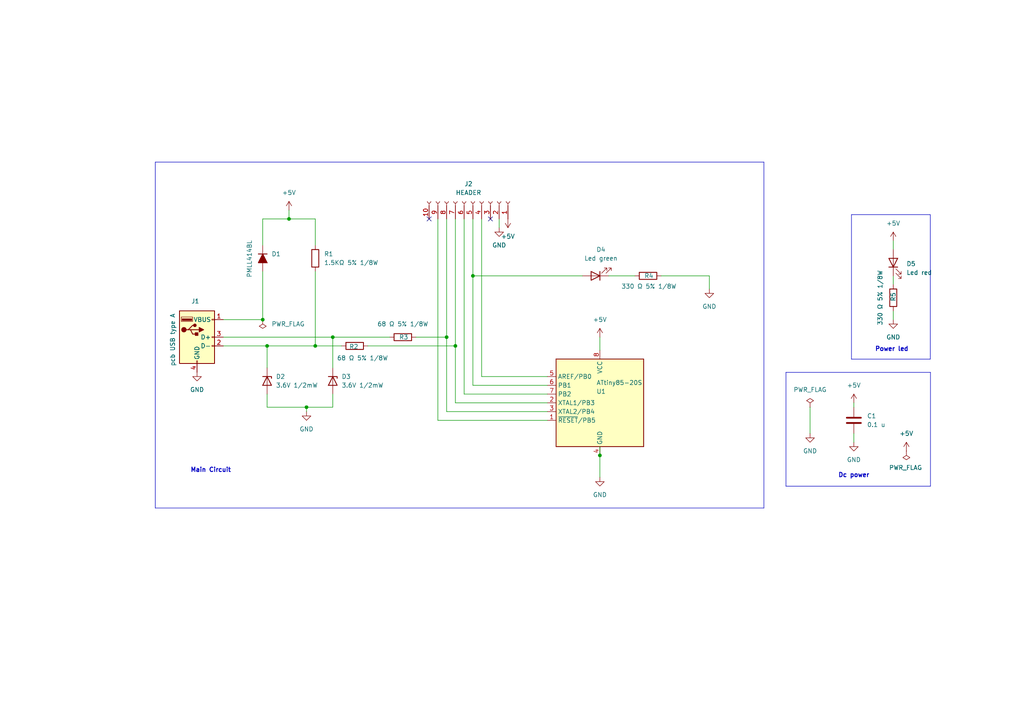
<source format=kicad_sch>
(kicad_sch
	(version 20231120)
	(generator "eeschema")
	(generator_version "8.0")
	(uuid "f2c20679-f28d-47ad-9191-2bfbde129570")
	(paper "A4")
	(title_block
		(date "2024-03-18")
		(rev "version Test2024")
		(company "UCC")
		(comment 1 "proyectoBase2024")
	)
	(lib_symbols
		(symbol "+5V_1"
			(power)
			(pin_names
				(offset 0)
			)
			(exclude_from_sim no)
			(in_bom yes)
			(on_board yes)
			(property "Reference" "#PWR"
				(at 0 -3.81 0)
				(effects
					(font
						(size 1.27 1.27)
					)
					(hide yes)
				)
			)
			(property "Value" "+5V_1"
				(at 0 3.556 0)
				(effects
					(font
						(size 1.27 1.27)
					)
				)
			)
			(property "Footprint" ""
				(at 0 0 0)
				(effects
					(font
						(size 1.27 1.27)
					)
					(hide yes)
				)
			)
			(property "Datasheet" ""
				(at 0 0 0)
				(effects
					(font
						(size 1.27 1.27)
					)
					(hide yes)
				)
			)
			(property "Description" "Power symbol creates a global label with name \"+5V\""
				(at 0 0 0)
				(effects
					(font
						(size 1.27 1.27)
					)
					(hide yes)
				)
			)
			(property "ki_keywords" "global power"
				(at 0 0 0)
				(effects
					(font
						(size 1.27 1.27)
					)
					(hide yes)
				)
			)
			(symbol "+5V_1_0_1"
				(polyline
					(pts
						(xy -0.762 1.27) (xy 0 2.54)
					)
					(stroke
						(width 0)
						(type default)
					)
					(fill
						(type none)
					)
				)
				(polyline
					(pts
						(xy 0 0) (xy 0 2.54)
					)
					(stroke
						(width 0)
						(type default)
					)
					(fill
						(type none)
					)
				)
				(polyline
					(pts
						(xy 0 2.54) (xy 0.762 1.27)
					)
					(stroke
						(width 0)
						(type default)
					)
					(fill
						(type none)
					)
				)
			)
			(symbol "+5V_1_1_1"
				(pin power_in line
					(at 0 0 90)
					(length 0) hide
					(name "+5V"
						(effects
							(font
								(size 1.27 1.27)
							)
						)
					)
					(number "1"
						(effects
							(font
								(size 1.27 1.27)
							)
						)
					)
				)
			)
		)
		(symbol "Connector:Conn_01x10_Socket"
			(pin_names
				(offset 1.016) hide)
			(exclude_from_sim no)
			(in_bom yes)
			(on_board yes)
			(property "Reference" "J"
				(at 0 12.7 0)
				(effects
					(font
						(size 1.27 1.27)
					)
				)
			)
			(property "Value" "Conn_01x10_Socket"
				(at 0 -15.24 0)
				(effects
					(font
						(size 1.27 1.27)
					)
				)
			)
			(property "Footprint" ""
				(at 0 0 0)
				(effects
					(font
						(size 1.27 1.27)
					)
					(hide yes)
				)
			)
			(property "Datasheet" "~"
				(at 0 0 0)
				(effects
					(font
						(size 1.27 1.27)
					)
					(hide yes)
				)
			)
			(property "Description" "Generic connector, single row, 01x10, script generated"
				(at 0 0 0)
				(effects
					(font
						(size 1.27 1.27)
					)
					(hide yes)
				)
			)
			(property "ki_locked" ""
				(at 0 0 0)
				(effects
					(font
						(size 1.27 1.27)
					)
				)
			)
			(property "ki_keywords" "connector"
				(at 0 0 0)
				(effects
					(font
						(size 1.27 1.27)
					)
					(hide yes)
				)
			)
			(property "ki_fp_filters" "Connector*:*_1x??_*"
				(at 0 0 0)
				(effects
					(font
						(size 1.27 1.27)
					)
					(hide yes)
				)
			)
			(symbol "Conn_01x10_Socket_1_1"
				(arc
					(start 0 -12.192)
					(mid -0.5058 -12.7)
					(end 0 -13.208)
					(stroke
						(width 0.1524)
						(type default)
					)
					(fill
						(type none)
					)
				)
				(arc
					(start 0 -9.652)
					(mid -0.5058 -10.16)
					(end 0 -10.668)
					(stroke
						(width 0.1524)
						(type default)
					)
					(fill
						(type none)
					)
				)
				(arc
					(start 0 -7.112)
					(mid -0.5058 -7.62)
					(end 0 -8.128)
					(stroke
						(width 0.1524)
						(type default)
					)
					(fill
						(type none)
					)
				)
				(arc
					(start 0 -4.572)
					(mid -0.5058 -5.08)
					(end 0 -5.588)
					(stroke
						(width 0.1524)
						(type default)
					)
					(fill
						(type none)
					)
				)
				(arc
					(start 0 -2.032)
					(mid -0.5058 -2.54)
					(end 0 -3.048)
					(stroke
						(width 0.1524)
						(type default)
					)
					(fill
						(type none)
					)
				)
				(polyline
					(pts
						(xy -1.27 -12.7) (xy -0.508 -12.7)
					)
					(stroke
						(width 0.1524)
						(type default)
					)
					(fill
						(type none)
					)
				)
				(polyline
					(pts
						(xy -1.27 -10.16) (xy -0.508 -10.16)
					)
					(stroke
						(width 0.1524)
						(type default)
					)
					(fill
						(type none)
					)
				)
				(polyline
					(pts
						(xy -1.27 -7.62) (xy -0.508 -7.62)
					)
					(stroke
						(width 0.1524)
						(type default)
					)
					(fill
						(type none)
					)
				)
				(polyline
					(pts
						(xy -1.27 -5.08) (xy -0.508 -5.08)
					)
					(stroke
						(width 0.1524)
						(type default)
					)
					(fill
						(type none)
					)
				)
				(polyline
					(pts
						(xy -1.27 -2.54) (xy -0.508 -2.54)
					)
					(stroke
						(width 0.1524)
						(type default)
					)
					(fill
						(type none)
					)
				)
				(polyline
					(pts
						(xy -1.27 0) (xy -0.508 0)
					)
					(stroke
						(width 0.1524)
						(type default)
					)
					(fill
						(type none)
					)
				)
				(polyline
					(pts
						(xy -1.27 2.54) (xy -0.508 2.54)
					)
					(stroke
						(width 0.1524)
						(type default)
					)
					(fill
						(type none)
					)
				)
				(polyline
					(pts
						(xy -1.27 5.08) (xy -0.508 5.08)
					)
					(stroke
						(width 0.1524)
						(type default)
					)
					(fill
						(type none)
					)
				)
				(polyline
					(pts
						(xy -1.27 7.62) (xy -0.508 7.62)
					)
					(stroke
						(width 0.1524)
						(type default)
					)
					(fill
						(type none)
					)
				)
				(polyline
					(pts
						(xy -1.27 10.16) (xy -0.508 10.16)
					)
					(stroke
						(width 0.1524)
						(type default)
					)
					(fill
						(type none)
					)
				)
				(arc
					(start 0 0.508)
					(mid -0.5058 0)
					(end 0 -0.508)
					(stroke
						(width 0.1524)
						(type default)
					)
					(fill
						(type none)
					)
				)
				(arc
					(start 0 3.048)
					(mid -0.5058 2.54)
					(end 0 2.032)
					(stroke
						(width 0.1524)
						(type default)
					)
					(fill
						(type none)
					)
				)
				(arc
					(start 0 5.588)
					(mid -0.5058 5.08)
					(end 0 4.572)
					(stroke
						(width 0.1524)
						(type default)
					)
					(fill
						(type none)
					)
				)
				(arc
					(start 0 8.128)
					(mid -0.5058 7.62)
					(end 0 7.112)
					(stroke
						(width 0.1524)
						(type default)
					)
					(fill
						(type none)
					)
				)
				(arc
					(start 0 10.668)
					(mid -0.5058 10.16)
					(end 0 9.652)
					(stroke
						(width 0.1524)
						(type default)
					)
					(fill
						(type none)
					)
				)
				(pin passive line
					(at -5.08 10.16 0)
					(length 3.81)
					(name "Pin_1"
						(effects
							(font
								(size 1.27 1.27)
							)
						)
					)
					(number "1"
						(effects
							(font
								(size 1.27 1.27)
							)
						)
					)
				)
				(pin passive line
					(at -5.08 -12.7 0)
					(length 3.81)
					(name "Pin_10"
						(effects
							(font
								(size 1.27 1.27)
							)
						)
					)
					(number "10"
						(effects
							(font
								(size 1.27 1.27)
							)
						)
					)
				)
				(pin passive line
					(at -5.08 7.62 0)
					(length 3.81)
					(name "Pin_2"
						(effects
							(font
								(size 1.27 1.27)
							)
						)
					)
					(number "2"
						(effects
							(font
								(size 1.27 1.27)
							)
						)
					)
				)
				(pin passive line
					(at -5.08 5.08 0)
					(length 3.81)
					(name "Pin_3"
						(effects
							(font
								(size 1.27 1.27)
							)
						)
					)
					(number "3"
						(effects
							(font
								(size 1.27 1.27)
							)
						)
					)
				)
				(pin passive line
					(at -5.08 2.54 0)
					(length 3.81)
					(name "Pin_4"
						(effects
							(font
								(size 1.27 1.27)
							)
						)
					)
					(number "4"
						(effects
							(font
								(size 1.27 1.27)
							)
						)
					)
				)
				(pin passive line
					(at -5.08 0 0)
					(length 3.81)
					(name "Pin_5"
						(effects
							(font
								(size 1.27 1.27)
							)
						)
					)
					(number "5"
						(effects
							(font
								(size 1.27 1.27)
							)
						)
					)
				)
				(pin passive line
					(at -5.08 -2.54 0)
					(length 3.81)
					(name "Pin_6"
						(effects
							(font
								(size 1.27 1.27)
							)
						)
					)
					(number "6"
						(effects
							(font
								(size 1.27 1.27)
							)
						)
					)
				)
				(pin passive line
					(at -5.08 -5.08 0)
					(length 3.81)
					(name "Pin_7"
						(effects
							(font
								(size 1.27 1.27)
							)
						)
					)
					(number "7"
						(effects
							(font
								(size 1.27 1.27)
							)
						)
					)
				)
				(pin passive line
					(at -5.08 -7.62 0)
					(length 3.81)
					(name "Pin_8"
						(effects
							(font
								(size 1.27 1.27)
							)
						)
					)
					(number "8"
						(effects
							(font
								(size 1.27 1.27)
							)
						)
					)
				)
				(pin passive line
					(at -5.08 -10.16 0)
					(length 3.81)
					(name "Pin_9"
						(effects
							(font
								(size 1.27 1.27)
							)
						)
					)
					(number "9"
						(effects
							(font
								(size 1.27 1.27)
							)
						)
					)
				)
			)
		)
		(symbol "Connector:USB_A"
			(pin_names
				(offset 1.016)
			)
			(exclude_from_sim no)
			(in_bom yes)
			(on_board yes)
			(property "Reference" "J2"
				(at 0 12.7 0)
				(effects
					(font
						(size 1.27 1.27)
					)
				)
			)
			(property "Value" "USB_A"
				(at 0 10.16 0)
				(effects
					(font
						(size 1.27 1.27)
					)
				)
			)
			(property "Footprint" ""
				(at 3.81 -1.27 0)
				(effects
					(font
						(size 1.27 1.27)
					)
					(hide yes)
				)
			)
			(property "Datasheet" " ~"
				(at 3.81 -1.27 0)
				(effects
					(font
						(size 1.27 1.27)
					)
					(hide yes)
				)
			)
			(property "Description" "USB Type A connector"
				(at 0 0 0)
				(effects
					(font
						(size 1.27 1.27)
					)
					(hide yes)
				)
			)
			(property "ki_keywords" "connector USB"
				(at 0 0 0)
				(effects
					(font
						(size 1.27 1.27)
					)
					(hide yes)
				)
			)
			(property "ki_fp_filters" "USB*"
				(at 0 0 0)
				(effects
					(font
						(size 1.27 1.27)
					)
					(hide yes)
				)
			)
			(symbol "USB_A_0_1"
				(rectangle
					(start -5.08 -7.62)
					(end 5.08 7.62)
					(stroke
						(width 0.254)
						(type default)
					)
					(fill
						(type background)
					)
				)
				(circle
					(center -3.81 2.159)
					(radius 0.635)
					(stroke
						(width 0.254)
						(type default)
					)
					(fill
						(type outline)
					)
				)
				(rectangle
					(start -1.524 4.826)
					(end -4.318 5.334)
					(stroke
						(width 0)
						(type default)
					)
					(fill
						(type outline)
					)
				)
				(rectangle
					(start -1.27 4.572)
					(end -4.572 5.842)
					(stroke
						(width 0)
						(type default)
					)
					(fill
						(type none)
					)
				)
				(circle
					(center -0.635 3.429)
					(radius 0.381)
					(stroke
						(width 0.254)
						(type default)
					)
					(fill
						(type outline)
					)
				)
				(rectangle
					(start -0.127 -7.62)
					(end 0.127 -6.858)
					(stroke
						(width 0)
						(type default)
					)
					(fill
						(type none)
					)
				)
				(polyline
					(pts
						(xy -3.175 2.159) (xy -2.54 2.159) (xy -1.27 3.429) (xy -0.635 3.429)
					)
					(stroke
						(width 0.254)
						(type default)
					)
					(fill
						(type none)
					)
				)
				(polyline
					(pts
						(xy -2.54 2.159) (xy -1.905 2.159) (xy -1.27 0.889) (xy 0 0.889)
					)
					(stroke
						(width 0.254)
						(type default)
					)
					(fill
						(type none)
					)
				)
				(polyline
					(pts
						(xy 0.635 2.794) (xy 0.635 1.524) (xy 1.905 2.159) (xy 0.635 2.794)
					)
					(stroke
						(width 0.254)
						(type default)
					)
					(fill
						(type outline)
					)
				)
				(rectangle
					(start 0.254 1.27)
					(end -0.508 0.508)
					(stroke
						(width 0.254)
						(type default)
					)
					(fill
						(type outline)
					)
				)
				(rectangle
					(start 5.08 -2.667)
					(end 4.318 -2.413)
					(stroke
						(width 0)
						(type default)
					)
					(fill
						(type none)
					)
				)
				(rectangle
					(start 5.08 -0.127)
					(end 4.318 0.127)
					(stroke
						(width 0)
						(type default)
					)
					(fill
						(type none)
					)
				)
				(rectangle
					(start 5.08 4.953)
					(end 4.318 5.207)
					(stroke
						(width 0)
						(type default)
					)
					(fill
						(type none)
					)
				)
			)
			(symbol "USB_A_1_1"
				(polyline
					(pts
						(xy -1.905 2.159) (xy 0.635 2.159)
					)
					(stroke
						(width 0.254)
						(type default)
					)
					(fill
						(type none)
					)
				)
				(pin power_in line
					(at 7.62 5.08 180)
					(length 2.54)
					(name "VBUS"
						(effects
							(font
								(size 1.27 1.27)
							)
						)
					)
					(number "1"
						(effects
							(font
								(size 1.27 1.27)
							)
						)
					)
				)
				(pin bidirectional line
					(at 7.62 -2.54 180)
					(length 2.54)
					(name "D-"
						(effects
							(font
								(size 1.27 1.27)
							)
						)
					)
					(number "2"
						(effects
							(font
								(size 1.27 1.27)
							)
						)
					)
				)
				(pin bidirectional line
					(at 7.62 0 180)
					(length 2.54)
					(name "D+"
						(effects
							(font
								(size 1.27 1.27)
							)
						)
					)
					(number "3"
						(effects
							(font
								(size 1.27 1.27)
							)
						)
					)
				)
				(pin power_in line
					(at 0 -10.16 90)
					(length 2.54)
					(name "GND"
						(effects
							(font
								(size 1.27 1.27)
							)
						)
					)
					(number "4"
						(effects
							(font
								(size 1.27 1.27)
							)
						)
					)
				)
			)
		)
		(symbol "D_Filled_1"
			(pin_numbers hide)
			(pin_names
				(offset 1.016) hide)
			(exclude_from_sim no)
			(in_bom yes)
			(on_board yes)
			(property "Reference" "D"
				(at 0 2.54 0)
				(effects
					(font
						(size 1.27 1.27)
					)
				)
			)
			(property "Value" "D_Filled"
				(at 0 -2.54 0)
				(effects
					(font
						(size 1.27 1.27)
					)
				)
			)
			(property "Footprint" ""
				(at 0 0 0)
				(effects
					(font
						(size 1.27 1.27)
					)
					(hide yes)
				)
			)
			(property "Datasheet" "~"
				(at 0 0 0)
				(effects
					(font
						(size 1.27 1.27)
					)
					(hide yes)
				)
			)
			(property "Description" "Diode, filled shape"
				(at 0 0 0)
				(effects
					(font
						(size 1.27 1.27)
					)
					(hide yes)
				)
			)
			(property "Sim.Device" "D"
				(at 0 0 0)
				(effects
					(font
						(size 1.27 1.27)
					)
					(hide yes)
				)
			)
			(property "Sim.Pins" "1=K 2=A"
				(at 0 0 0)
				(effects
					(font
						(size 1.27 1.27)
					)
					(hide yes)
				)
			)
			(property "ki_keywords" "diode"
				(at 0 0 0)
				(effects
					(font
						(size 1.27 1.27)
					)
					(hide yes)
				)
			)
			(property "ki_fp_filters" "TO-???* *_Diode_* *SingleDiode* D_*"
				(at 0 0 0)
				(effects
					(font
						(size 1.27 1.27)
					)
					(hide yes)
				)
			)
			(symbol "D_Filled_1_0_1"
				(polyline
					(pts
						(xy -1.27 1.27) (xy -1.27 -1.27)
					)
					(stroke
						(width 0.254)
						(type default)
					)
					(fill
						(type none)
					)
				)
				(polyline
					(pts
						(xy 1.27 0) (xy -1.27 0)
					)
					(stroke
						(width 0)
						(type default)
					)
					(fill
						(type none)
					)
				)
				(polyline
					(pts
						(xy 1.27 1.27) (xy 1.27 -1.27) (xy -1.27 0) (xy 1.27 1.27)
					)
					(stroke
						(width 0.254)
						(type default)
					)
					(fill
						(type outline)
					)
				)
			)
			(symbol "D_Filled_1_1_1"
				(pin passive line
					(at -3.81 0 0)
					(length 2.54)
					(name "K"
						(effects
							(font
								(size 1.27 1.27)
							)
						)
					)
					(number "1"
						(effects
							(font
								(size 1.27 1.27)
							)
						)
					)
				)
				(pin passive line
					(at 3.81 0 180)
					(length 2.54)
					(name "A"
						(effects
							(font
								(size 1.27 1.27)
							)
						)
					)
					(number "2"
						(effects
							(font
								(size 1.27 1.27)
							)
						)
					)
				)
			)
		)
		(symbol "Device:C"
			(pin_numbers hide)
			(pin_names
				(offset 0.254)
			)
			(exclude_from_sim no)
			(in_bom yes)
			(on_board yes)
			(property "Reference" "C"
				(at 0.635 2.54 0)
				(effects
					(font
						(size 1.27 1.27)
					)
					(justify left)
				)
			)
			(property "Value" "C"
				(at 0.635 -2.54 0)
				(effects
					(font
						(size 1.27 1.27)
					)
					(justify left)
				)
			)
			(property "Footprint" ""
				(at 0.9652 -3.81 0)
				(effects
					(font
						(size 1.27 1.27)
					)
					(hide yes)
				)
			)
			(property "Datasheet" "~"
				(at 0 0 0)
				(effects
					(font
						(size 1.27 1.27)
					)
					(hide yes)
				)
			)
			(property "Description" "Unpolarized capacitor"
				(at 0 0 0)
				(effects
					(font
						(size 1.27 1.27)
					)
					(hide yes)
				)
			)
			(property "ki_keywords" "cap capacitor"
				(at 0 0 0)
				(effects
					(font
						(size 1.27 1.27)
					)
					(hide yes)
				)
			)
			(property "ki_fp_filters" "C_*"
				(at 0 0 0)
				(effects
					(font
						(size 1.27 1.27)
					)
					(hide yes)
				)
			)
			(symbol "C_0_1"
				(polyline
					(pts
						(xy -2.032 -0.762) (xy 2.032 -0.762)
					)
					(stroke
						(width 0.508)
						(type default)
					)
					(fill
						(type none)
					)
				)
				(polyline
					(pts
						(xy -2.032 0.762) (xy 2.032 0.762)
					)
					(stroke
						(width 0.508)
						(type default)
					)
					(fill
						(type none)
					)
				)
			)
			(symbol "C_1_1"
				(pin passive line
					(at 0 3.81 270)
					(length 2.794)
					(name "~"
						(effects
							(font
								(size 1.27 1.27)
							)
						)
					)
					(number "1"
						(effects
							(font
								(size 1.27 1.27)
							)
						)
					)
				)
				(pin passive line
					(at 0 -3.81 90)
					(length 2.794)
					(name "~"
						(effects
							(font
								(size 1.27 1.27)
							)
						)
					)
					(number "2"
						(effects
							(font
								(size 1.27 1.27)
							)
						)
					)
				)
			)
		)
		(symbol "Device:D_Zener"
			(pin_numbers hide)
			(pin_names
				(offset 1.016) hide)
			(exclude_from_sim no)
			(in_bom yes)
			(on_board yes)
			(property "Reference" "D"
				(at 0 2.54 0)
				(effects
					(font
						(size 1.27 1.27)
					)
				)
			)
			(property "Value" "D_Zener"
				(at 0 -2.54 0)
				(effects
					(font
						(size 1.27 1.27)
					)
				)
			)
			(property "Footprint" ""
				(at 0 0 0)
				(effects
					(font
						(size 1.27 1.27)
					)
					(hide yes)
				)
			)
			(property "Datasheet" "~"
				(at 0 0 0)
				(effects
					(font
						(size 1.27 1.27)
					)
					(hide yes)
				)
			)
			(property "Description" "Zener diode"
				(at 0 0 0)
				(effects
					(font
						(size 1.27 1.27)
					)
					(hide yes)
				)
			)
			(property "ki_keywords" "diode"
				(at 0 0 0)
				(effects
					(font
						(size 1.27 1.27)
					)
					(hide yes)
				)
			)
			(property "ki_fp_filters" "TO-???* *_Diode_* *SingleDiode* D_*"
				(at 0 0 0)
				(effects
					(font
						(size 1.27 1.27)
					)
					(hide yes)
				)
			)
			(symbol "D_Zener_0_1"
				(polyline
					(pts
						(xy 1.27 0) (xy -1.27 0)
					)
					(stroke
						(width 0)
						(type default)
					)
					(fill
						(type none)
					)
				)
				(polyline
					(pts
						(xy -1.27 -1.27) (xy -1.27 1.27) (xy -0.762 1.27)
					)
					(stroke
						(width 0.254)
						(type default)
					)
					(fill
						(type none)
					)
				)
				(polyline
					(pts
						(xy 1.27 -1.27) (xy 1.27 1.27) (xy -1.27 0) (xy 1.27 -1.27)
					)
					(stroke
						(width 0.254)
						(type default)
					)
					(fill
						(type none)
					)
				)
			)
			(symbol "D_Zener_1_1"
				(pin passive line
					(at -3.81 0 0)
					(length 2.54)
					(name "K"
						(effects
							(font
								(size 1.27 1.27)
							)
						)
					)
					(number "1"
						(effects
							(font
								(size 1.27 1.27)
							)
						)
					)
				)
				(pin passive line
					(at 3.81 0 180)
					(length 2.54)
					(name "A"
						(effects
							(font
								(size 1.27 1.27)
							)
						)
					)
					(number "2"
						(effects
							(font
								(size 1.27 1.27)
							)
						)
					)
				)
			)
		)
		(symbol "Device:LED"
			(pin_numbers hide)
			(pin_names
				(offset 1.016) hide)
			(exclude_from_sim no)
			(in_bom yes)
			(on_board yes)
			(property "Reference" "D"
				(at 0 2.54 0)
				(effects
					(font
						(size 1.27 1.27)
					)
				)
			)
			(property "Value" "LED"
				(at 0 -2.54 0)
				(effects
					(font
						(size 1.27 1.27)
					)
				)
			)
			(property "Footprint" ""
				(at 0 0 0)
				(effects
					(font
						(size 1.27 1.27)
					)
					(hide yes)
				)
			)
			(property "Datasheet" "~"
				(at 0 0 0)
				(effects
					(font
						(size 1.27 1.27)
					)
					(hide yes)
				)
			)
			(property "Description" "Light emitting diode"
				(at 0 0 0)
				(effects
					(font
						(size 1.27 1.27)
					)
					(hide yes)
				)
			)
			(property "ki_keywords" "LED diode"
				(at 0 0 0)
				(effects
					(font
						(size 1.27 1.27)
					)
					(hide yes)
				)
			)
			(property "ki_fp_filters" "LED* LED_SMD:* LED_THT:*"
				(at 0 0 0)
				(effects
					(font
						(size 1.27 1.27)
					)
					(hide yes)
				)
			)
			(symbol "LED_0_1"
				(polyline
					(pts
						(xy -1.27 -1.27) (xy -1.27 1.27)
					)
					(stroke
						(width 0.254)
						(type default)
					)
					(fill
						(type none)
					)
				)
				(polyline
					(pts
						(xy -1.27 0) (xy 1.27 0)
					)
					(stroke
						(width 0)
						(type default)
					)
					(fill
						(type none)
					)
				)
				(polyline
					(pts
						(xy 1.27 -1.27) (xy 1.27 1.27) (xy -1.27 0) (xy 1.27 -1.27)
					)
					(stroke
						(width 0.254)
						(type default)
					)
					(fill
						(type none)
					)
				)
				(polyline
					(pts
						(xy -3.048 -0.762) (xy -4.572 -2.286) (xy -3.81 -2.286) (xy -4.572 -2.286) (xy -4.572 -1.524)
					)
					(stroke
						(width 0)
						(type default)
					)
					(fill
						(type none)
					)
				)
				(polyline
					(pts
						(xy -1.778 -0.762) (xy -3.302 -2.286) (xy -2.54 -2.286) (xy -3.302 -2.286) (xy -3.302 -1.524)
					)
					(stroke
						(width 0)
						(type default)
					)
					(fill
						(type none)
					)
				)
			)
			(symbol "LED_1_1"
				(pin passive line
					(at -3.81 0 0)
					(length 2.54)
					(name "K"
						(effects
							(font
								(size 1.27 1.27)
							)
						)
					)
					(number "1"
						(effects
							(font
								(size 1.27 1.27)
							)
						)
					)
				)
				(pin passive line
					(at 3.81 0 180)
					(length 2.54)
					(name "A"
						(effects
							(font
								(size 1.27 1.27)
							)
						)
					)
					(number "2"
						(effects
							(font
								(size 1.27 1.27)
							)
						)
					)
				)
			)
		)
		(symbol "Device:R"
			(pin_numbers hide)
			(pin_names
				(offset 0)
			)
			(exclude_from_sim no)
			(in_bom yes)
			(on_board yes)
			(property "Reference" "R"
				(at 2.032 0 90)
				(effects
					(font
						(size 1.27 1.27)
					)
				)
			)
			(property "Value" "R"
				(at 0 0 90)
				(effects
					(font
						(size 1.27 1.27)
					)
				)
			)
			(property "Footprint" ""
				(at -1.778 0 90)
				(effects
					(font
						(size 1.27 1.27)
					)
					(hide yes)
				)
			)
			(property "Datasheet" "~"
				(at 0 0 0)
				(effects
					(font
						(size 1.27 1.27)
					)
					(hide yes)
				)
			)
			(property "Description" "Resistor"
				(at 0 0 0)
				(effects
					(font
						(size 1.27 1.27)
					)
					(hide yes)
				)
			)
			(property "ki_keywords" "R res resistor"
				(at 0 0 0)
				(effects
					(font
						(size 1.27 1.27)
					)
					(hide yes)
				)
			)
			(property "ki_fp_filters" "R_*"
				(at 0 0 0)
				(effects
					(font
						(size 1.27 1.27)
					)
					(hide yes)
				)
			)
			(symbol "R_0_1"
				(rectangle
					(start -1.016 -2.54)
					(end 1.016 2.54)
					(stroke
						(width 0.254)
						(type default)
					)
					(fill
						(type none)
					)
				)
			)
			(symbol "R_1_1"
				(pin passive line
					(at 0 3.81 270)
					(length 1.27)
					(name "~"
						(effects
							(font
								(size 1.27 1.27)
							)
						)
					)
					(number "1"
						(effects
							(font
								(size 1.27 1.27)
							)
						)
					)
				)
				(pin passive line
					(at 0 -3.81 90)
					(length 1.27)
					(name "~"
						(effects
							(font
								(size 1.27 1.27)
							)
						)
					)
					(number "2"
						(effects
							(font
								(size 1.27 1.27)
							)
						)
					)
				)
			)
		)
		(symbol "GND_1"
			(power)
			(pin_names
				(offset 0)
			)
			(exclude_from_sim no)
			(in_bom yes)
			(on_board yes)
			(property "Reference" "#PWR"
				(at 0 -6.35 0)
				(effects
					(font
						(size 1.27 1.27)
					)
					(hide yes)
				)
			)
			(property "Value" "GND_1"
				(at 0 -3.81 0)
				(effects
					(font
						(size 1.27 1.27)
					)
				)
			)
			(property "Footprint" ""
				(at 0 0 0)
				(effects
					(font
						(size 1.27 1.27)
					)
					(hide yes)
				)
			)
			(property "Datasheet" ""
				(at 0 0 0)
				(effects
					(font
						(size 1.27 1.27)
					)
					(hide yes)
				)
			)
			(property "Description" "Power symbol creates a global label with name \"GND\" , ground"
				(at 0 0 0)
				(effects
					(font
						(size 1.27 1.27)
					)
					(hide yes)
				)
			)
			(property "ki_keywords" "global power"
				(at 0 0 0)
				(effects
					(font
						(size 1.27 1.27)
					)
					(hide yes)
				)
			)
			(symbol "GND_1_0_1"
				(polyline
					(pts
						(xy 0 0) (xy 0 -1.27) (xy 1.27 -1.27) (xy 0 -2.54) (xy -1.27 -1.27) (xy 0 -1.27)
					)
					(stroke
						(width 0)
						(type default)
					)
					(fill
						(type none)
					)
				)
			)
			(symbol "GND_1_1_1"
				(pin power_in line
					(at 0 0 270)
					(length 0) hide
					(name "GND"
						(effects
							(font
								(size 1.27 1.27)
							)
						)
					)
					(number "1"
						(effects
							(font
								(size 1.27 1.27)
							)
						)
					)
				)
			)
		)
		(symbol "MCU_Microchip_ATtiny:ATtiny85-20S"
			(exclude_from_sim no)
			(in_bom yes)
			(on_board yes)
			(property "Reference" "U"
				(at -12.7 13.97 0)
				(effects
					(font
						(size 1.27 1.27)
					)
					(justify left bottom)
				)
			)
			(property "Value" "ATtiny85-20S"
				(at 2.54 -13.97 0)
				(effects
					(font
						(size 1.27 1.27)
					)
					(justify left top)
				)
			)
			(property "Footprint" "Package_SO:SOIC-8W_5.3x5.3mm_P1.27mm"
				(at 0 0 0)
				(effects
					(font
						(size 1.27 1.27)
						(italic yes)
					)
					(hide yes)
				)
			)
			(property "Datasheet" "http://ww1.microchip.com/downloads/en/DeviceDoc/atmel-2586-avr-8-bit-microcontroller-attiny25-attiny45-attiny85_datasheet.pdf"
				(at 0 0 0)
				(effects
					(font
						(size 1.27 1.27)
					)
					(hide yes)
				)
			)
			(property "Description" "20MHz, 8kB Flash, 512B SRAM, 512B EEPROM, debugWIRE, SOIC-8W"
				(at 0 0 0)
				(effects
					(font
						(size 1.27 1.27)
					)
					(hide yes)
				)
			)
			(property "ki_keywords" "AVR 8bit Microcontroller tinyAVR"
				(at 0 0 0)
				(effects
					(font
						(size 1.27 1.27)
					)
					(hide yes)
				)
			)
			(property "ki_fp_filters" "SOIC*5.3x5.3mm*P1.27mm*"
				(at 0 0 0)
				(effects
					(font
						(size 1.27 1.27)
					)
					(hide yes)
				)
			)
			(symbol "ATtiny85-20S_0_1"
				(rectangle
					(start -12.7 -12.7)
					(end 12.7 12.7)
					(stroke
						(width 0.254)
						(type default)
					)
					(fill
						(type background)
					)
				)
			)
			(symbol "ATtiny85-20S_1_1"
				(pin bidirectional line
					(at 15.24 -5.08 180)
					(length 2.54)
					(name "~{RESET}/PB5"
						(effects
							(font
								(size 1.27 1.27)
							)
						)
					)
					(number "1"
						(effects
							(font
								(size 1.27 1.27)
							)
						)
					)
				)
				(pin bidirectional line
					(at 15.24 0 180)
					(length 2.54)
					(name "XTAL1/PB3"
						(effects
							(font
								(size 1.27 1.27)
							)
						)
					)
					(number "2"
						(effects
							(font
								(size 1.27 1.27)
							)
						)
					)
				)
				(pin bidirectional line
					(at 15.24 -2.54 180)
					(length 2.54)
					(name "XTAL2/PB4"
						(effects
							(font
								(size 1.27 1.27)
							)
						)
					)
					(number "3"
						(effects
							(font
								(size 1.27 1.27)
							)
						)
					)
				)
				(pin power_in line
					(at 0 -15.24 90)
					(length 2.54)
					(name "GND"
						(effects
							(font
								(size 1.27 1.27)
							)
						)
					)
					(number "4"
						(effects
							(font
								(size 1.27 1.27)
							)
						)
					)
				)
				(pin bidirectional line
					(at 15.24 7.62 180)
					(length 2.54)
					(name "AREF/PB0"
						(effects
							(font
								(size 1.27 1.27)
							)
						)
					)
					(number "5"
						(effects
							(font
								(size 1.27 1.27)
							)
						)
					)
				)
				(pin bidirectional line
					(at 15.24 5.08 180)
					(length 2.54)
					(name "PB1"
						(effects
							(font
								(size 1.27 1.27)
							)
						)
					)
					(number "6"
						(effects
							(font
								(size 1.27 1.27)
							)
						)
					)
				)
				(pin bidirectional line
					(at 15.24 2.54 180)
					(length 2.54)
					(name "PB2"
						(effects
							(font
								(size 1.27 1.27)
							)
						)
					)
					(number "7"
						(effects
							(font
								(size 1.27 1.27)
							)
						)
					)
				)
				(pin power_in line
					(at 0 15.24 270)
					(length 2.54)
					(name "VCC"
						(effects
							(font
								(size 1.27 1.27)
							)
						)
					)
					(number "8"
						(effects
							(font
								(size 1.27 1.27)
							)
						)
					)
				)
			)
		)
		(symbol "PWR_FLAG_1"
			(power)
			(pin_numbers hide)
			(pin_names
				(offset 0) hide)
			(exclude_from_sim no)
			(in_bom yes)
			(on_board yes)
			(property "Reference" "#FLG"
				(at 0 1.905 0)
				(effects
					(font
						(size 1.27 1.27)
					)
					(hide yes)
				)
			)
			(property "Value" "PWR_FLAG_1"
				(at 0 3.81 0)
				(effects
					(font
						(size 1.27 1.27)
					)
				)
			)
			(property "Footprint" ""
				(at 0 0 0)
				(effects
					(font
						(size 1.27 1.27)
					)
					(hide yes)
				)
			)
			(property "Datasheet" "~"
				(at 0 0 0)
				(effects
					(font
						(size 1.27 1.27)
					)
					(hide yes)
				)
			)
			(property "Description" "Special symbol for telling ERC where power comes from"
				(at 0 0 0)
				(effects
					(font
						(size 1.27 1.27)
					)
					(hide yes)
				)
			)
			(property "ki_keywords" "flag power"
				(at 0 0 0)
				(effects
					(font
						(size 1.27 1.27)
					)
					(hide yes)
				)
			)
			(symbol "PWR_FLAG_1_0_0"
				(pin power_out line
					(at 0 0 90)
					(length 0)
					(name "pwr"
						(effects
							(font
								(size 1.27 1.27)
							)
						)
					)
					(number "1"
						(effects
							(font
								(size 1.27 1.27)
							)
						)
					)
				)
			)
			(symbol "PWR_FLAG_1_0_1"
				(polyline
					(pts
						(xy 0 0) (xy 0 1.27) (xy -1.016 1.905) (xy 0 2.54) (xy 1.016 1.905) (xy 0 1.27)
					)
					(stroke
						(width 0)
						(type default)
					)
					(fill
						(type none)
					)
				)
			)
		)
		(symbol "R_1"
			(pin_numbers hide)
			(pin_names
				(offset 0)
			)
			(exclude_from_sim no)
			(in_bom yes)
			(on_board yes)
			(property "Reference" "R"
				(at 2.032 0 90)
				(effects
					(font
						(size 1.27 1.27)
					)
				)
			)
			(property "Value" "R"
				(at 0 0 90)
				(effects
					(font
						(size 1.27 1.27)
					)
				)
			)
			(property "Footprint" ""
				(at -1.778 0 90)
				(effects
					(font
						(size 1.27 1.27)
					)
					(hide yes)
				)
			)
			(property "Datasheet" "~"
				(at 0 0 0)
				(effects
					(font
						(size 1.27 1.27)
					)
					(hide yes)
				)
			)
			(property "Description" "Resistor"
				(at 0 0 0)
				(effects
					(font
						(size 1.27 1.27)
					)
					(hide yes)
				)
			)
			(property "ki_keywords" "R res resistor"
				(at 0 0 0)
				(effects
					(font
						(size 1.27 1.27)
					)
					(hide yes)
				)
			)
			(property "ki_fp_filters" "R_*"
				(at 0 0 0)
				(effects
					(font
						(size 1.27 1.27)
					)
					(hide yes)
				)
			)
			(symbol "R_1_0_1"
				(rectangle
					(start -1.016 -2.54)
					(end 1.016 2.54)
					(stroke
						(width 0.254)
						(type default)
					)
					(fill
						(type none)
					)
				)
			)
			(symbol "R_1_1_1"
				(pin passive line
					(at 0 3.81 270)
					(length 1.27)
					(name "~"
						(effects
							(font
								(size 1.27 1.27)
							)
						)
					)
					(number "1"
						(effects
							(font
								(size 1.27 1.27)
							)
						)
					)
				)
				(pin passive line
					(at 0 -3.81 90)
					(length 1.27)
					(name "~"
						(effects
							(font
								(size 1.27 1.27)
							)
						)
					)
					(number "2"
						(effects
							(font
								(size 1.27 1.27)
							)
						)
					)
				)
			)
		)
	)
	(junction
		(at 88.9 118.11)
		(diameter 0)
		(color 0 0 0 0)
		(uuid "1ff65c56-7f46-4870-b5d4-83b8bdadb8dc")
	)
	(junction
		(at 83.82 63.5)
		(diameter 0)
		(color 0 0 0 0)
		(uuid "45e23898-725d-4312-9589-842bbc39b85b")
	)
	(junction
		(at 132.08 100.33)
		(diameter 0)
		(color 0 0 0 0)
		(uuid "676849bd-caa6-4f60-a742-d2e9e3829d9c")
	)
	(junction
		(at 137.16 80.01)
		(diameter 0)
		(color 0 0 0 0)
		(uuid "6e6899a7-36be-4755-92e9-01727db988dd")
	)
	(junction
		(at 96.52 97.79)
		(diameter 0)
		(color 0 0 0 0)
		(uuid "8231e408-c71a-4315-838a-01a57daea0d2")
	)
	(junction
		(at 77.47 100.33)
		(diameter 0)
		(color 0 0 0 0)
		(uuid "84b7814c-3806-4ba4-88e6-fc38f2421301")
	)
	(junction
		(at 91.44 100.33)
		(diameter 0)
		(color 0 0 0 0)
		(uuid "8c339c29-0362-4df3-a076-736913906cfa")
	)
	(junction
		(at 76.2 92.71)
		(diameter 0)
		(color 0 0 0 0)
		(uuid "a8c9452e-00ea-4491-b09b-bd4254b07dea")
	)
	(junction
		(at 129.54 97.79)
		(diameter 0)
		(color 0 0 0 0)
		(uuid "e46a5a72-9e12-4cc8-ac65-b1d45f69f842")
	)
	(junction
		(at 173.99 132.08)
		(diameter 0)
		(color 0 0 0 0)
		(uuid "f8e94fd0-b999-41b9-9d8d-5047b1081217")
	)
	(no_connect
		(at 124.46 63.5)
		(uuid "474c93a0-9083-4a25-a7fe-e272e16f65d1")
	)
	(no_connect
		(at 142.24 63.5)
		(uuid "f44735f6-145c-4bdd-b983-f357d5b322e4")
	)
	(wire
		(pts
			(xy 205.74 80.01) (xy 205.74 83.82)
		)
		(stroke
			(width 0)
			(type default)
		)
		(uuid "0236002b-b442-47e4-8ce7-97fb4fc1b7b1")
	)
	(wire
		(pts
			(xy 64.77 100.33) (xy 77.47 100.33)
		)
		(stroke
			(width 0)
			(type default)
		)
		(uuid "032fcf37-89b2-4607-9074-f8370ee1fcba")
	)
	(wire
		(pts
			(xy 127 63.5) (xy 127 121.92)
		)
		(stroke
			(width 0)
			(type default)
		)
		(uuid "07e59c13-3a3c-442c-aa8a-b32d69adbc42")
	)
	(wire
		(pts
			(xy 77.47 114.3) (xy 77.47 118.11)
		)
		(stroke
			(width 0)
			(type default)
		)
		(uuid "0a9a5652-7a82-44df-a212-34dabe529703")
	)
	(wire
		(pts
			(xy 96.52 97.79) (xy 96.52 106.68)
		)
		(stroke
			(width 0)
			(type default)
		)
		(uuid "0d7e97be-d6b0-400e-938d-49db8b7b7f06")
	)
	(wire
		(pts
			(xy 137.16 80.01) (xy 168.91 80.01)
		)
		(stroke
			(width 0)
			(type default)
		)
		(uuid "10fac401-2991-4945-9bd2-0eb1b44a990e")
	)
	(wire
		(pts
			(xy 259.08 90.17) (xy 259.08 92.71)
		)
		(stroke
			(width 0)
			(type default)
		)
		(uuid "1154be92-dc6b-425d-b3d5-ed3c4f97c740")
	)
	(wire
		(pts
			(xy 134.62 114.3) (xy 158.75 114.3)
		)
		(stroke
			(width 0)
			(type default)
		)
		(uuid "11748448-154b-456d-8249-85bb6e078462")
	)
	(wire
		(pts
			(xy 139.7 63.5) (xy 139.7 109.22)
		)
		(stroke
			(width 0)
			(type default)
		)
		(uuid "11b2c1c6-b548-4da0-8d6d-c0e15874bede")
	)
	(polyline
		(pts
			(xy 45.0342 147.3454) (xy 45.0342 47.0154)
		)
		(stroke
			(width 0)
			(type default)
		)
		(uuid "12c67071-fe67-4f47-a0ca-3ef1ab2bc966")
	)
	(wire
		(pts
			(xy 176.53 80.01) (xy 184.15 80.01)
		)
		(stroke
			(width 0)
			(type default)
		)
		(uuid "1d17f123-d1c6-47c5-8957-1fdb393ddeb6")
	)
	(wire
		(pts
			(xy 120.65 97.79) (xy 129.54 97.79)
		)
		(stroke
			(width 0)
			(type default)
		)
		(uuid "1d6fd1eb-18a8-45d1-9410-205c085316ab")
	)
	(polyline
		(pts
			(xy 221.5642 47.0154) (xy 221.5642 147.3454)
		)
		(stroke
			(width 0)
			(type default)
		)
		(uuid "1f5f82f7-3c3e-40e2-9a00-ce83a042d5ac")
	)
	(wire
		(pts
			(xy 132.08 63.5) (xy 132.08 100.33)
		)
		(stroke
			(width 0)
			(type default)
		)
		(uuid "20f52d1d-e3bc-4342-a6fa-9c5c919c93b3")
	)
	(wire
		(pts
			(xy 77.47 106.68) (xy 77.47 100.33)
		)
		(stroke
			(width 0)
			(type default)
		)
		(uuid "21c7f979-d952-478d-8267-5896e0910960")
	)
	(wire
		(pts
			(xy 64.77 97.79) (xy 96.52 97.79)
		)
		(stroke
			(width 0)
			(type default)
		)
		(uuid "27c98a8e-067b-4ffa-9495-e9dfcec77d73")
	)
	(wire
		(pts
			(xy 173.99 132.08) (xy 173.99 138.43)
		)
		(stroke
			(width 0)
			(type default)
		)
		(uuid "2e8d85a5-d587-4fd0-8c81-bc02018dd830")
	)
	(wire
		(pts
			(xy 129.54 119.38) (xy 158.75 119.38)
		)
		(stroke
			(width 0)
			(type default)
		)
		(uuid "3f0e9097-b676-4f69-9a45-41cf8ab9516e")
	)
	(wire
		(pts
			(xy 83.82 60.96) (xy 83.82 63.5)
		)
		(stroke
			(width 0)
			(type default)
		)
		(uuid "410248ad-2904-4812-8d85-850535af93ee")
	)
	(wire
		(pts
			(xy 144.78 66.04) (xy 144.78 63.5)
		)
		(stroke
			(width 0)
			(type default)
		)
		(uuid "42036ff7-eb00-467c-9493-c41d7b548122")
	)
	(wire
		(pts
			(xy 77.47 118.11) (xy 88.9 118.11)
		)
		(stroke
			(width 0)
			(type default)
		)
		(uuid "42a722c8-3738-4f1e-9787-dba9631b2742")
	)
	(wire
		(pts
			(xy 76.2 63.5) (xy 76.2 71.12)
		)
		(stroke
			(width 0)
			(type default)
		)
		(uuid "4c2df597-1210-449c-9045-650fb6953e19")
	)
	(polyline
		(pts
			(xy 269.8242 62.2554) (xy 269.8242 104.1654)
		)
		(stroke
			(width 0)
			(type default)
		)
		(uuid "4eb3e81b-c3fe-4e85-853e-9ce32520e02d")
	)
	(wire
		(pts
			(xy 132.08 116.84) (xy 158.75 116.84)
		)
		(stroke
			(width 0)
			(type default)
		)
		(uuid "529c3522-52b4-474d-b33e-4cfb45813082")
	)
	(wire
		(pts
			(xy 137.16 111.76) (xy 158.75 111.76)
		)
		(stroke
			(width 0)
			(type default)
		)
		(uuid "52f7fcbd-9cc3-48a0-b43c-ce91c835091b")
	)
	(wire
		(pts
			(xy 91.44 100.33) (xy 99.06 100.33)
		)
		(stroke
			(width 0)
			(type default)
		)
		(uuid "5962a4f7-fc1e-4aff-b1b1-53211cd6f083")
	)
	(polyline
		(pts
			(xy 227.965 108.0008) (xy 269.875 108.0008)
		)
		(stroke
			(width 0)
			(type default)
		)
		(uuid "654c2277-b153-442b-b460-0cc1001e1bfe")
	)
	(wire
		(pts
			(xy 259.08 69.85) (xy 259.08 72.39)
		)
		(stroke
			(width 0)
			(type default)
		)
		(uuid "65a640b9-07d9-4d7e-b6d9-d8863d520d61")
	)
	(wire
		(pts
			(xy 91.44 71.12) (xy 91.44 63.5)
		)
		(stroke
			(width 0)
			(type default)
		)
		(uuid "665d1084-3d66-40eb-90e9-0b52b7697f60")
	)
	(wire
		(pts
			(xy 173.99 129.54) (xy 173.99 132.08)
		)
		(stroke
			(width 0)
			(type default)
		)
		(uuid "66d94dc0-63be-4083-a527-f4375400a1bf")
	)
	(wire
		(pts
			(xy 88.9 119.38) (xy 88.9 118.11)
		)
		(stroke
			(width 0)
			(type default)
		)
		(uuid "6fac15c8-ef35-4428-aad9-8884df2f2654")
	)
	(polyline
		(pts
			(xy 269.8242 104.1654) (xy 246.9642 104.1654)
		)
		(stroke
			(width 0)
			(type default)
		)
		(uuid "73b21d52-5af1-4324-ac82-7fc4e93bc07a")
	)
	(polyline
		(pts
			(xy 227.965 141.0208) (xy 227.965 108.0008)
		)
		(stroke
			(width 0)
			(type default)
		)
		(uuid "7b5ddeea-8245-4000-8222-3f545ae9a1f4")
	)
	(polyline
		(pts
			(xy 221.5642 147.3454) (xy 45.0342 147.3454)
		)
		(stroke
			(width 0)
			(type default)
		)
		(uuid "7ebb2a4f-8cb5-40c6-9206-e43704b68921")
	)
	(wire
		(pts
			(xy 106.68 100.33) (xy 132.08 100.33)
		)
		(stroke
			(width 0)
			(type default)
		)
		(uuid "806ab705-6214-47ac-851c-b17c67239830")
	)
	(wire
		(pts
			(xy 132.08 100.33) (xy 132.08 116.84)
		)
		(stroke
			(width 0)
			(type default)
		)
		(uuid "848e03fb-f89b-48a4-b11b-964880db29c9")
	)
	(wire
		(pts
			(xy 91.44 63.5) (xy 83.82 63.5)
		)
		(stroke
			(width 0)
			(type default)
		)
		(uuid "8de918df-97f3-401f-978b-270bad6ea405")
	)
	(wire
		(pts
			(xy 247.65 116.84) (xy 247.65 118.11)
		)
		(stroke
			(width 0)
			(type default)
		)
		(uuid "931ec864-f397-4054-9d28-1cc84717fe8f")
	)
	(wire
		(pts
			(xy 91.44 78.74) (xy 91.44 100.33)
		)
		(stroke
			(width 0)
			(type default)
		)
		(uuid "9659ea44-03a4-463e-bb6d-0a47d6254a9f")
	)
	(wire
		(pts
			(xy 127 121.92) (xy 158.75 121.92)
		)
		(stroke
			(width 0)
			(type default)
		)
		(uuid "9d431ff1-1ea7-4a33-bb25-db3e20e57242")
	)
	(wire
		(pts
			(xy 76.2 78.74) (xy 76.2 92.71)
		)
		(stroke
			(width 0)
			(type default)
		)
		(uuid "aa04e630-75d0-4eb9-ac8f-596f96f71c46")
	)
	(wire
		(pts
			(xy 129.54 97.79) (xy 129.54 119.38)
		)
		(stroke
			(width 0)
			(type default)
		)
		(uuid "aa56306c-87c1-4210-8d3a-03103a052538")
	)
	(wire
		(pts
			(xy 64.77 92.71) (xy 76.2 92.71)
		)
		(stroke
			(width 0)
			(type default)
		)
		(uuid "aedd9423-de12-4f58-bf7f-0e3d48c43ea7")
	)
	(wire
		(pts
			(xy 83.82 63.5) (xy 76.2 63.5)
		)
		(stroke
			(width 0)
			(type default)
		)
		(uuid "b11c46b5-30da-4c8b-87c3-78881e57a632")
	)
	(wire
		(pts
			(xy 139.7 109.22) (xy 158.75 109.22)
		)
		(stroke
			(width 0)
			(type default)
		)
		(uuid "b62c1097-2f36-4b34-ab3f-344e7c3347ee")
	)
	(wire
		(pts
			(xy 96.52 97.79) (xy 113.03 97.79)
		)
		(stroke
			(width 0)
			(type default)
		)
		(uuid "bd45755a-f24d-4dde-addc-b08059eadad2")
	)
	(polyline
		(pts
			(xy 246.9642 104.1654) (xy 246.9642 62.2554)
		)
		(stroke
			(width 0)
			(type default)
		)
		(uuid "c289a2e8-800f-459f-8e02-e4181254dd67")
	)
	(polyline
		(pts
			(xy 246.9642 62.2554) (xy 269.8242 62.2554)
		)
		(stroke
			(width 0)
			(type default)
		)
		(uuid "c5196035-626d-4878-af78-a964605d27be")
	)
	(wire
		(pts
			(xy 77.47 100.33) (xy 91.44 100.33)
		)
		(stroke
			(width 0)
			(type default)
		)
		(uuid "d048a3f8-6c1a-4505-86cb-4159f2bc7756")
	)
	(wire
		(pts
			(xy 96.52 118.11) (xy 96.52 114.3)
		)
		(stroke
			(width 0)
			(type default)
		)
		(uuid "d18c72fa-11a5-42d4-922d-571e3af6ffb6")
	)
	(wire
		(pts
			(xy 234.95 118.11) (xy 234.95 125.73)
		)
		(stroke
			(width 0)
			(type default)
		)
		(uuid "d47bf432-b0dd-4757-92d6-9ea542af7b06")
	)
	(wire
		(pts
			(xy 259.08 80.01) (xy 259.08 82.55)
		)
		(stroke
			(width 0)
			(type default)
		)
		(uuid "da6fd44e-4ea4-47af-85ad-412ed51cb219")
	)
	(wire
		(pts
			(xy 88.9 118.11) (xy 96.52 118.11)
		)
		(stroke
			(width 0)
			(type default)
		)
		(uuid "dbe61602-ba2c-4c67-b626-6e873c0364f6")
	)
	(wire
		(pts
			(xy 134.62 63.5) (xy 134.62 114.3)
		)
		(stroke
			(width 0)
			(type default)
		)
		(uuid "dc2def08-ef9c-4c50-acfb-7b812379eb6c")
	)
	(wire
		(pts
			(xy 191.77 80.01) (xy 205.74 80.01)
		)
		(stroke
			(width 0)
			(type default)
		)
		(uuid "dc6350f7-6e2d-4daf-ab36-79d79493da99")
	)
	(wire
		(pts
			(xy 129.54 63.5) (xy 129.54 97.79)
		)
		(stroke
			(width 0)
			(type default)
		)
		(uuid "e4e3124a-2cac-43ff-b152-cfe88389cda7")
	)
	(wire
		(pts
			(xy 137.16 80.01) (xy 137.16 111.76)
		)
		(stroke
			(width 0)
			(type default)
		)
		(uuid "e5bcd873-6857-4e95-afe8-97dd69347a90")
	)
	(polyline
		(pts
			(xy 269.875 108.0008) (xy 269.875 141.0208)
		)
		(stroke
			(width 0)
			(type default)
		)
		(uuid "eaa8bceb-f274-422b-90fd-fe4877b72009")
	)
	(polyline
		(pts
			(xy 45.0342 47.0154) (xy 221.5642 47.0154)
		)
		(stroke
			(width 0)
			(type default)
		)
		(uuid "ed367599-b43c-449a-9a14-78d4b79558be")
	)
	(wire
		(pts
			(xy 247.65 128.27) (xy 247.65 125.73)
		)
		(stroke
			(width 0)
			(type default)
		)
		(uuid "ed4c5dcd-c82a-4498-9b00-48ea234b54c6")
	)
	(polyline
		(pts
			(xy 269.875 141.0208) (xy 227.965 141.0208)
		)
		(stroke
			(width 0)
			(type default)
		)
		(uuid "f518fdf6-0ceb-48a0-bbc6-ad5fd27a602e")
	)
	(wire
		(pts
			(xy 137.16 63.5) (xy 137.16 80.01)
		)
		(stroke
			(width 0)
			(type default)
		)
		(uuid "f5455afd-541c-4b7c-8ee2-621cb446eeb7")
	)
	(wire
		(pts
			(xy 173.99 97.79) (xy 173.99 101.6)
		)
		(stroke
			(width 0)
			(type default)
		)
		(uuid "fc752a60-b14e-4794-bae5-94034923bf16")
	)
	(text "Dc power"
		(exclude_from_sim no)
		(at 243.078 138.684 0)
		(effects
			(font
				(size 1.27 1.27)
				(thickness 0.254)
				(bold yes)
			)
			(justify left bottom)
		)
		(uuid "19849f9d-0907-4986-b648-63648135cc5d")
	)
	(text "Power led"
		(exclude_from_sim no)
		(at 253.746 102.108 0)
		(effects
			(font
				(size 1.27 1.27)
				(thickness 0.254)
				(bold yes)
			)
			(justify left bottom)
		)
		(uuid "39624516-087d-420d-af91-b82f8728ad2a")
	)
	(text "Main Circuit"
		(exclude_from_sim no)
		(at 55.1942 137.1854 0)
		(effects
			(font
				(size 1.27 1.27)
				(thickness 0.254)
				(bold yes)
			)
			(justify left bottom)
		)
		(uuid "39ea4496-1b44-485f-ab4a-73accbcc9f99")
	)
	(symbol
		(lib_id "Device:LED")
		(at 259.08 76.2 90)
		(unit 1)
		(exclude_from_sim no)
		(in_bom yes)
		(on_board yes)
		(dnp no)
		(fields_autoplaced yes)
		(uuid "10997108-4d28-41d5-89fd-26fd3e77510d")
		(property "Reference" "D5"
			(at 262.89 76.5174 90)
			(effects
				(font
					(size 1.27 1.27)
				)
				(justify right)
			)
		)
		(property "Value" "Led red"
			(at 262.89 79.0574 90)
			(effects
				(font
					(size 1.27 1.27)
				)
				(justify right)
			)
		)
		(property "Footprint" "ledSmd:ledSMD"
			(at 259.08 76.2 0)
			(effects
				(font
					(size 1.27 1.27)
				)
				(hide yes)
			)
		)
		(property "Datasheet" "~"
			(at 259.08 76.2 0)
			(effects
				(font
					(size 1.27 1.27)
				)
				(hide yes)
			)
		)
		(property "Description" ""
			(at 259.08 76.2 0)
			(effects
				(font
					(size 1.27 1.27)
				)
				(hide yes)
			)
		)
		(pin "1"
			(uuid "5fdbb483-66f9-4384-8395-149ad1d2495b")
		)
		(pin "2"
			(uuid "d69da8c4-b4ec-4af5-a00c-745dacc97d94")
		)
		(instances
			(project "UccMicroDuino"
				(path "/f2c20679-f28d-47ad-9191-2bfbde129570"
					(reference "D5")
					(unit 1)
				)
			)
		)
	)
	(symbol
		(lib_name "GND_1")
		(lib_id "power:GND")
		(at 234.95 125.73 0)
		(unit 1)
		(exclude_from_sim no)
		(in_bom yes)
		(on_board yes)
		(dnp no)
		(fields_autoplaced yes)
		(uuid "14927ab8-8df7-4f43-84c9-2fe94a7dcdf2")
		(property "Reference" "#PWR011"
			(at 234.95 132.08 0)
			(effects
				(font
					(size 1.27 1.27)
				)
				(hide yes)
			)
		)
		(property "Value" "GND"
			(at 234.95 130.81 0)
			(effects
				(font
					(size 1.27 1.27)
				)
			)
		)
		(property "Footprint" ""
			(at 234.95 125.73 0)
			(effects
				(font
					(size 1.27 1.27)
				)
				(hide yes)
			)
		)
		(property "Datasheet" ""
			(at 234.95 125.73 0)
			(effects
				(font
					(size 1.27 1.27)
				)
				(hide yes)
			)
		)
		(property "Description" ""
			(at 234.95 125.73 0)
			(effects
				(font
					(size 1.27 1.27)
				)
				(hide yes)
			)
		)
		(pin "1"
			(uuid "fbbb7ae5-46f9-450f-828b-e323f4f5c1fa")
		)
		(instances
			(project "UccMicroDuino"
				(path "/f2c20679-f28d-47ad-9191-2bfbde129570"
					(reference "#PWR011")
					(unit 1)
				)
			)
		)
	)
	(symbol
		(lib_id "Device:R")
		(at 91.44 74.93 0)
		(unit 1)
		(exclude_from_sim no)
		(in_bom yes)
		(on_board yes)
		(dnp no)
		(fields_autoplaced yes)
		(uuid "1ad09e81-a9e6-4168-ab8f-f6dc88a2ffca")
		(property "Reference" "R1"
			(at 93.98 73.6599 0)
			(effects
				(font
					(size 1.27 1.27)
				)
				(justify left)
			)
		)
		(property "Value" "1.5KΩ 5% 1/8W"
			(at 93.98 76.1999 0)
			(effects
				(font
					(size 1.27 1.27)
				)
				(justify left)
			)
		)
		(property "Footprint" "Resistor_SMD:R_0805_2012Metric_Pad1.20x1.40mm_HandSolder"
			(at 89.662 74.93 90)
			(effects
				(font
					(size 1.27 1.27)
				)
				(hide yes)
			)
		)
		(property "Datasheet" "~"
			(at 91.44 74.93 0)
			(effects
				(font
					(size 1.27 1.27)
				)
				(hide yes)
			)
		)
		(property "Description" ""
			(at 91.44 74.93 0)
			(effects
				(font
					(size 1.27 1.27)
				)
				(hide yes)
			)
		)
		(pin "1"
			(uuid "4e7abc82-5fea-48c4-8ea1-9a8328442143")
		)
		(pin "2"
			(uuid "3db91e4f-0f11-4f40-b079-d1b1281a631f")
		)
		(instances
			(project "Clase 1"
				(path "/e763c805-2d98-46c7-a7c5-10a127323b27"
					(reference "R1")
					(unit 1)
				)
			)
			(project "UccMicroDuino"
				(path "/f2c20679-f28d-47ad-9191-2bfbde129570"
					(reference "R1")
					(unit 1)
				)
			)
		)
	)
	(symbol
		(lib_id "Device:D_Zener")
		(at 77.47 110.49 270)
		(unit 1)
		(exclude_from_sim no)
		(in_bom yes)
		(on_board yes)
		(dnp no)
		(fields_autoplaced yes)
		(uuid "25411291-d1c6-47f7-b371-c9e89490bee3")
		(property "Reference" "D1"
			(at 80.01 109.2199 90)
			(effects
				(font
					(size 1.27 1.27)
				)
				(justify left)
			)
		)
		(property "Value" "3.6V 1/2mW"
			(at 80.01 111.7599 90)
			(effects
				(font
					(size 1.27 1.27)
				)
				(justify left)
			)
		)
		(property "Footprint" "Diode_SMD:D_SOD-123"
			(at 77.47 110.49 0)
			(effects
				(font
					(size 1.27 1.27)
				)
				(hide yes)
			)
		)
		(property "Datasheet" "~"
			(at 77.47 110.49 0)
			(effects
				(font
					(size 1.27 1.27)
				)
				(hide yes)
			)
		)
		(property "Description" ""
			(at 77.47 110.49 0)
			(effects
				(font
					(size 1.27 1.27)
				)
				(hide yes)
			)
		)
		(pin "1"
			(uuid "c2a5c4c6-90e3-41f9-bb4f-be5a750c86cd")
		)
		(pin "2"
			(uuid "82b98da4-5a87-49ee-9494-960aaf8dd2a7")
		)
		(instances
			(project "Clase 1"
				(path "/e763c805-2d98-46c7-a7c5-10a127323b27"
					(reference "D1")
					(unit 1)
				)
			)
			(project "UccMicroDuino"
				(path "/f2c20679-f28d-47ad-9191-2bfbde129570"
					(reference "D2")
					(unit 1)
				)
			)
		)
	)
	(symbol
		(lib_name "R_1")
		(lib_id "Device:R")
		(at 102.87 100.33 90)
		(unit 1)
		(exclude_from_sim no)
		(in_bom yes)
		(on_board yes)
		(dnp no)
		(uuid "31fed2ed-3cda-4906-8d4c-ea9e76c72191")
		(property "Reference" "R2"
			(at 102.616 99.822 90)
			(effects
				(font
					(size 1.27 1.27)
				)
				(justify bottom)
			)
		)
		(property "Value" "68 Ω 5% 1/8W"
			(at 105.156 103.124 90)
			(effects
				(font
					(size 1.27 1.27)
				)
				(justify bottom)
			)
		)
		(property "Footprint" "Resistor_SMD:R_0805_2012Metric_Pad1.20x1.40mm_HandSolder"
			(at 102.87 102.108 90)
			(effects
				(font
					(size 1.27 1.27)
				)
				(hide yes)
			)
		)
		(property "Datasheet" "~"
			(at 102.87 100.33 0)
			(effects
				(font
					(size 1.27 1.27)
				)
				(hide yes)
			)
		)
		(property "Description" "Resistor"
			(at 102.87 100.33 0)
			(effects
				(font
					(size 1.27 1.27)
				)
				(hide yes)
			)
		)
		(pin "2"
			(uuid "78f8568c-5ee0-4d9c-b8c2-7bc76999305b")
		)
		(pin "1"
			(uuid "75713a0c-4e0e-4dc0-88f7-835f6fdc33a4")
		)
		(instances
			(project "UccMicroDuino"
				(path "/f2c20679-f28d-47ad-9191-2bfbde129570"
					(reference "R2")
					(unit 1)
				)
			)
		)
	)
	(symbol
		(lib_id "MCU_Microchip_ATtiny:ATtiny85-20S")
		(at 173.99 116.84 0)
		(mirror y)
		(unit 1)
		(exclude_from_sim no)
		(in_bom yes)
		(on_board yes)
		(dnp no)
		(uuid "333f0dac-2da2-4252-b55d-20da165172bb")
		(property "Reference" "U2"
			(at 172.974 113.538 0)
			(effects
				(font
					(size 1.27 1.27)
				)
				(justify right)
			)
		)
		(property "Value" "ATtiny85-20S"
			(at 172.974 110.998 0)
			(effects
				(font
					(size 1.27 1.27)
				)
				(justify right)
			)
		)
		(property "Footprint" "Package_SO:SOIC-8W_5.3x5.3mm_P1.27mm"
			(at 173.99 116.84 0)
			(effects
				(font
					(size 1.27 1.27)
					(italic yes)
				)
				(hide yes)
			)
		)
		(property "Datasheet" "http://ww1.microchip.com/downloads/en/DeviceDoc/atmel-2586-avr-8-bit-microcontroller-attiny25-attiny45-attiny85_datasheet.pdf"
			(at 173.99 116.84 0)
			(effects
				(font
					(size 1.27 1.27)
				)
				(hide yes)
			)
		)
		(property "Description" ""
			(at 173.99 116.84 0)
			(effects
				(font
					(size 1.27 1.27)
				)
				(hide yes)
			)
		)
		(pin "1"
			(uuid "f2c6d99f-a285-4a32-9cf2-5bf45904140f")
		)
		(pin "2"
			(uuid "b9f90a70-edd7-4fde-a922-a51230db7c64")
		)
		(pin "3"
			(uuid "54d1a8d6-83c8-4e70-8a22-6566cdd95966")
		)
		(pin "4"
			(uuid "5f554262-1a2a-4923-a8d6-fc00c2151943")
		)
		(pin "5"
			(uuid "ef4cd162-704a-4bac-864e-d0916bfe95c8")
		)
		(pin "6"
			(uuid "e0e0d17a-c138-4d68-a5f5-9153c0e1693f")
		)
		(pin "7"
			(uuid "9186f3a7-8d84-48cb-88f1-ea069232b715")
		)
		(pin "8"
			(uuid "3b673756-5089-4995-a6dc-25a2b5f6e068")
		)
		(instances
			(project "Clase 1"
				(path "/e763c805-2d98-46c7-a7c5-10a127323b27"
					(reference "U2")
					(unit 1)
				)
			)
			(project "UccMicroDuino"
				(path "/f2c20679-f28d-47ad-9191-2bfbde129570"
					(reference "U1")
					(unit 1)
				)
			)
		)
	)
	(symbol
		(lib_name "+5V_1")
		(lib_id "power:+5V")
		(at 173.99 97.79 0)
		(unit 1)
		(exclude_from_sim no)
		(in_bom yes)
		(on_board yes)
		(dnp no)
		(fields_autoplaced yes)
		(uuid "3a83d8dd-6a47-465f-846b-29306e504701")
		(property "Reference" "#PWR09"
			(at 173.99 101.6 0)
			(effects
				(font
					(size 1.27 1.27)
				)
				(hide yes)
			)
		)
		(property "Value" "+5V"
			(at 173.99 92.71 0)
			(effects
				(font
					(size 1.27 1.27)
				)
			)
		)
		(property "Footprint" ""
			(at 173.99 97.79 0)
			(effects
				(font
					(size 1.27 1.27)
				)
				(hide yes)
			)
		)
		(property "Datasheet" ""
			(at 173.99 97.79 0)
			(effects
				(font
					(size 1.27 1.27)
				)
				(hide yes)
			)
		)
		(property "Description" ""
			(at 173.99 97.79 0)
			(effects
				(font
					(size 1.27 1.27)
				)
				(hide yes)
			)
		)
		(pin "1"
			(uuid "d32a6f43-cb63-4bbe-907e-c2387e3174f8")
		)
		(instances
			(project "UccMicroDuino"
				(path "/f2c20679-f28d-47ad-9191-2bfbde129570"
					(reference "#PWR09")
					(unit 1)
				)
			)
		)
	)
	(symbol
		(lib_name "+5V_1")
		(lib_id "power:+5V")
		(at 262.89 130.81 0)
		(unit 1)
		(exclude_from_sim no)
		(in_bom yes)
		(on_board yes)
		(dnp no)
		(fields_autoplaced yes)
		(uuid "416023c1-4122-45d6-b13e-393a5fb43341")
		(property "Reference" "#PWR012"
			(at 262.89 134.62 0)
			(effects
				(font
					(size 1.27 1.27)
				)
				(hide yes)
			)
		)
		(property "Value" "+5V"
			(at 262.89 125.73 0)
			(effects
				(font
					(size 1.27 1.27)
				)
			)
		)
		(property "Footprint" ""
			(at 262.89 130.81 0)
			(effects
				(font
					(size 1.27 1.27)
				)
				(hide yes)
			)
		)
		(property "Datasheet" ""
			(at 262.89 130.81 0)
			(effects
				(font
					(size 1.27 1.27)
				)
				(hide yes)
			)
		)
		(property "Description" ""
			(at 262.89 130.81 0)
			(effects
				(font
					(size 1.27 1.27)
				)
				(hide yes)
			)
		)
		(pin "1"
			(uuid "7588b114-10b4-425d-bf47-fc52350e5189")
		)
		(instances
			(project "UccMicroDuino"
				(path "/f2c20679-f28d-47ad-9191-2bfbde129570"
					(reference "#PWR012")
					(unit 1)
				)
			)
		)
	)
	(symbol
		(lib_name "GND_1")
		(lib_id "power:GND")
		(at 144.78 66.04 0)
		(unit 1)
		(exclude_from_sim no)
		(in_bom yes)
		(on_board yes)
		(dnp no)
		(fields_autoplaced yes)
		(uuid "4229a23c-38f5-4a9f-af11-2628da9012df")
		(property "Reference" "#PWR03"
			(at 144.78 72.39 0)
			(effects
				(font
					(size 1.27 1.27)
				)
				(hide yes)
			)
		)
		(property "Value" "GND"
			(at 144.78 71.12 0)
			(effects
				(font
					(size 1.27 1.27)
				)
			)
		)
		(property "Footprint" ""
			(at 144.78 66.04 0)
			(effects
				(font
					(size 1.27 1.27)
				)
				(hide yes)
			)
		)
		(property "Datasheet" ""
			(at 144.78 66.04 0)
			(effects
				(font
					(size 1.27 1.27)
				)
				(hide yes)
			)
		)
		(property "Description" ""
			(at 144.78 66.04 0)
			(effects
				(font
					(size 1.27 1.27)
				)
				(hide yes)
			)
		)
		(pin "1"
			(uuid "1d027b6d-5b4a-4d9d-b0d7-d099e6752b46")
		)
		(instances
			(project "UccMicroDuino"
				(path "/f2c20679-f28d-47ad-9191-2bfbde129570"
					(reference "#PWR03")
					(unit 1)
				)
			)
		)
	)
	(symbol
		(lib_id "Connector:Conn_01x10_Socket")
		(at 137.16 58.42 270)
		(mirror x)
		(unit 1)
		(exclude_from_sim no)
		(in_bom yes)
		(on_board yes)
		(dnp no)
		(uuid "43f917b8-7bd2-489e-9718-7e0381f2a8f7")
		(property "Reference" "J2"
			(at 135.89 53.34 90)
			(effects
				(font
					(size 1.27 1.27)
				)
			)
		)
		(property "Value" "HEADER"
			(at 135.89 55.88 90)
			(effects
				(font
					(size 1.27 1.27)
				)
			)
		)
		(property "Footprint" "Connector_PinSocket_2.54mm:PinSocket_1x10_P2.54mm_Vertical"
			(at 137.16 58.42 0)
			(effects
				(font
					(size 1.27 1.27)
				)
				(hide yes)
			)
		)
		(property "Datasheet" "~"
			(at 137.16 58.42 0)
			(effects
				(font
					(size 1.27 1.27)
				)
				(hide yes)
			)
		)
		(property "Description" ""
			(at 137.16 58.42 0)
			(effects
				(font
					(size 1.27 1.27)
				)
				(hide yes)
			)
		)
		(pin "1"
			(uuid "1ad0d284-548c-4c27-9f7e-6f1172cb046b")
		)
		(pin "10"
			(uuid "e88daa34-602c-4e83-9427-aa0dd966ad52")
		)
		(pin "2"
			(uuid "e12f72ec-aa3b-41cf-891c-1a1f2a061f30")
		)
		(pin "3"
			(uuid "cba46278-8e26-49e2-8a18-5c836a1efa69")
		)
		(pin "4"
			(uuid "c31609c3-304a-459d-9a65-5e52e0cdc51e")
		)
		(pin "5"
			(uuid "475d861d-1e74-4dcb-8bc4-ca5faa9d7e3c")
		)
		(pin "6"
			(uuid "fd1a89f4-a391-4977-947d-86409a468e99")
		)
		(pin "7"
			(uuid "4c7918ac-0fb5-45a4-a45d-18f6587b7827")
		)
		(pin "8"
			(uuid "6e9bf377-8b2f-4ca8-9138-4ed8fc92d4db")
		)
		(pin "9"
			(uuid "128fffcc-ce30-4610-bcf0-b122dc043ef6")
		)
		(instances
			(project "Clase 1"
				(path "/e763c805-2d98-46c7-a7c5-10a127323b27"
					(reference "J2")
					(unit 1)
				)
			)
			(project "UccMicroDuino"
				(path "/f2c20679-f28d-47ad-9191-2bfbde129570"
					(reference "J2")
					(unit 1)
				)
			)
		)
	)
	(symbol
		(lib_name "GND_1")
		(lib_id "power:GND")
		(at 173.99 138.43 0)
		(unit 1)
		(exclude_from_sim no)
		(in_bom yes)
		(on_board yes)
		(dnp no)
		(fields_autoplaced yes)
		(uuid "4415a7a0-a53e-4914-909f-fa5d3fb4f58e")
		(property "Reference" "#PWR06"
			(at 173.99 144.78 0)
			(effects
				(font
					(size 1.27 1.27)
				)
				(hide yes)
			)
		)
		(property "Value" "GND"
			(at 173.99 143.51 0)
			(effects
				(font
					(size 1.27 1.27)
				)
			)
		)
		(property "Footprint" ""
			(at 173.99 138.43 0)
			(effects
				(font
					(size 1.27 1.27)
				)
				(hide yes)
			)
		)
		(property "Datasheet" ""
			(at 173.99 138.43 0)
			(effects
				(font
					(size 1.27 1.27)
				)
				(hide yes)
			)
		)
		(property "Description" ""
			(at 173.99 138.43 0)
			(effects
				(font
					(size 1.27 1.27)
				)
				(hide yes)
			)
		)
		(pin "1"
			(uuid "e857588a-316c-4877-b59b-54f02da3712b")
		)
		(instances
			(project "UccMicroDuino"
				(path "/f2c20679-f28d-47ad-9191-2bfbde129570"
					(reference "#PWR06")
					(unit 1)
				)
			)
		)
	)
	(symbol
		(lib_name "PWR_FLAG_1")
		(lib_id "power:PWR_FLAG")
		(at 76.2 92.71 180)
		(unit 1)
		(exclude_from_sim no)
		(in_bom yes)
		(on_board yes)
		(dnp no)
		(fields_autoplaced yes)
		(uuid "49fc92b4-28bb-410a-802d-2152d1c93b0d")
		(property "Reference" "#FLG02"
			(at 76.2 94.615 0)
			(effects
				(font
					(size 1.27 1.27)
				)
				(hide yes)
			)
		)
		(property "Value" "PWR_FLAG"
			(at 78.74 93.9799 0)
			(effects
				(font
					(size 1.27 1.27)
				)
				(justify right)
			)
		)
		(property "Footprint" ""
			(at 76.2 92.71 0)
			(effects
				(font
					(size 1.27 1.27)
				)
				(hide yes)
			)
		)
		(property "Datasheet" "~"
			(at 76.2 92.71 0)
			(effects
				(font
					(size 1.27 1.27)
				)
				(hide yes)
			)
		)
		(property "Description" ""
			(at 76.2 92.71 0)
			(effects
				(font
					(size 1.27 1.27)
				)
				(hide yes)
			)
		)
		(pin "1"
			(uuid "80b08540-bb28-4931-98de-b1716fd072d2")
		)
		(instances
			(project "Clase 1"
				(path "/e763c805-2d98-46c7-a7c5-10a127323b27"
					(reference "#FLG02")
					(unit 1)
				)
			)
			(project "UccMicroDuino"
				(path "/f2c20679-f28d-47ad-9191-2bfbde129570"
					(reference "#FLG01")
					(unit 1)
				)
			)
		)
	)
	(symbol
		(lib_name "R_1")
		(lib_id "Device:R")
		(at 116.84 97.79 90)
		(unit 1)
		(exclude_from_sim no)
		(in_bom yes)
		(on_board yes)
		(dnp no)
		(uuid "5fad9933-a2b2-4a1c-9af8-77de25148700")
		(property "Reference" "R3"
			(at 117.094 97.79 90)
			(effects
				(font
					(size 1.27 1.27)
				)
			)
		)
		(property "Value" "68 Ω 5% 1/8W"
			(at 116.84 93.98 90)
			(effects
				(font
					(size 1.27 1.27)
				)
			)
		)
		(property "Footprint" "Resistor_SMD:R_0805_2012Metric_Pad1.20x1.40mm_HandSolder"
			(at 116.84 99.568 90)
			(effects
				(font
					(size 1.27 1.27)
				)
				(hide yes)
			)
		)
		(property "Datasheet" "~"
			(at 116.84 97.79 0)
			(effects
				(font
					(size 1.27 1.27)
				)
				(hide yes)
			)
		)
		(property "Description" "Resistor"
			(at 116.84 97.79 0)
			(effects
				(font
					(size 1.27 1.27)
				)
				(hide yes)
			)
		)
		(pin "2"
			(uuid "2908a8f2-5a5b-4005-a1de-cf29e55a277e")
		)
		(pin "1"
			(uuid "a938fda8-160a-46b6-a7a8-ab179b098f34")
		)
		(instances
			(project ""
				(path "/f2c20679-f28d-47ad-9191-2bfbde129570"
					(reference "R3")
					(unit 1)
				)
			)
		)
	)
	(symbol
		(lib_id "Connector:USB_A")
		(at 57.15 97.79 0)
		(unit 1)
		(exclude_from_sim no)
		(in_bom yes)
		(on_board yes)
		(dnp no)
		(uuid "77930420-63c6-4391-9ed3-fb6ce2bbc1cf")
		(property "Reference" "J1"
			(at 56.642 87.376 0)
			(effects
				(font
					(size 1.27 1.27)
				)
			)
		)
		(property "Value" "pcb USB type A"
			(at 50.8 98.552 90)
			(effects
				(font
					(size 1.27 1.27)
				)
				(justify bottom)
			)
		)
		(property "Footprint" "embeddedPcbUsb:USB_A_UCC"
			(at 60.96 99.06 0)
			(effects
				(font
					(size 1.27 1.27)
				)
				(hide yes)
			)
		)
		(property "Datasheet" " ~"
			(at 60.96 99.06 0)
			(effects
				(font
					(size 1.27 1.27)
				)
				(hide yes)
			)
		)
		(property "Description" ""
			(at 57.15 97.79 0)
			(effects
				(font
					(size 1.27 1.27)
				)
				(hide yes)
			)
		)
		(pin "1"
			(uuid "ff904247-26ce-4f0e-a3b3-f0df86b727d4")
		)
		(pin "2"
			(uuid "7ea7030c-cc1f-469a-aa2a-a3c9f7f708eb")
		)
		(pin "3"
			(uuid "7ecf172f-b592-4cb3-9fad-7d589b618936")
		)
		(pin "4"
			(uuid "25ea8e71-f8e0-42bf-9ee7-9fb4d26ecea3")
		)
		(instances
			(project "UccMicroDuino"
				(path "/f2c20679-f28d-47ad-9191-2bfbde129570"
					(reference "J1")
					(unit 1)
				)
			)
		)
	)
	(symbol
		(lib_name "GND_1")
		(lib_id "power:GND")
		(at 259.08 92.71 0)
		(unit 1)
		(exclude_from_sim no)
		(in_bom yes)
		(on_board yes)
		(dnp no)
		(fields_autoplaced yes)
		(uuid "7da3696d-6381-4689-aac1-5b0136450b8e")
		(property "Reference" "#PWR01"
			(at 259.08 99.06 0)
			(effects
				(font
					(size 1.27 1.27)
				)
				(hide yes)
			)
		)
		(property "Value" "GND"
			(at 259.08 97.79 0)
			(effects
				(font
					(size 1.27 1.27)
				)
			)
		)
		(property "Footprint" ""
			(at 259.08 92.71 0)
			(effects
				(font
					(size 1.27 1.27)
				)
				(hide yes)
			)
		)
		(property "Datasheet" ""
			(at 259.08 92.71 0)
			(effects
				(font
					(size 1.27 1.27)
				)
				(hide yes)
			)
		)
		(property "Description" ""
			(at 259.08 92.71 0)
			(effects
				(font
					(size 1.27 1.27)
				)
				(hide yes)
			)
		)
		(pin "1"
			(uuid "72bacb11-7a6e-4402-9004-64ea7ce7ef8c")
		)
		(instances
			(project "Clase 1"
				(path "/e763c805-2d98-46c7-a7c5-10a127323b27"
					(reference "#PWR01")
					(unit 1)
				)
			)
			(project "UccMicroDuino"
				(path "/f2c20679-f28d-47ad-9191-2bfbde129570"
					(reference "#PWR02")
					(unit 1)
				)
			)
		)
	)
	(symbol
		(lib_name "GND_1")
		(lib_id "power:GND")
		(at 247.65 128.27 0)
		(unit 1)
		(exclude_from_sim no)
		(in_bom yes)
		(on_board yes)
		(dnp no)
		(fields_autoplaced yes)
		(uuid "81372949-c2f9-4a66-a7a9-d820211d2310")
		(property "Reference" "#PWR014"
			(at 247.65 134.62 0)
			(effects
				(font
					(size 1.27 1.27)
				)
				(hide yes)
			)
		)
		(property "Value" "GND"
			(at 247.65 133.35 0)
			(effects
				(font
					(size 1.27 1.27)
				)
			)
		)
		(property "Footprint" ""
			(at 247.65 128.27 0)
			(effects
				(font
					(size 1.27 1.27)
				)
				(hide yes)
			)
		)
		(property "Datasheet" ""
			(at 247.65 128.27 0)
			(effects
				(font
					(size 1.27 1.27)
				)
				(hide yes)
			)
		)
		(property "Description" ""
			(at 247.65 128.27 0)
			(effects
				(font
					(size 1.27 1.27)
				)
				(hide yes)
			)
		)
		(pin "1"
			(uuid "816e27c6-5dfe-4fed-b6dc-6c39b3145078")
		)
		(instances
			(project "UccMicroDuino"
				(path "/f2c20679-f28d-47ad-9191-2bfbde129570"
					(reference "#PWR014")
					(unit 1)
				)
			)
		)
	)
	(symbol
		(lib_name "+5V_1")
		(lib_id "power:+5V")
		(at 247.65 116.84 0)
		(unit 1)
		(exclude_from_sim no)
		(in_bom yes)
		(on_board yes)
		(dnp no)
		(fields_autoplaced yes)
		(uuid "87a381a5-534e-4902-ad00-1513a989cdc6")
		(property "Reference" "#PWR013"
			(at 247.65 120.65 0)
			(effects
				(font
					(size 1.27 1.27)
				)
				(hide yes)
			)
		)
		(property "Value" "+5V"
			(at 247.65 111.76 0)
			(effects
				(font
					(size 1.27 1.27)
				)
			)
		)
		(property "Footprint" ""
			(at 247.65 116.84 0)
			(effects
				(font
					(size 1.27 1.27)
				)
				(hide yes)
			)
		)
		(property "Datasheet" ""
			(at 247.65 116.84 0)
			(effects
				(font
					(size 1.27 1.27)
				)
				(hide yes)
			)
		)
		(property "Description" ""
			(at 247.65 116.84 0)
			(effects
				(font
					(size 1.27 1.27)
				)
				(hide yes)
			)
		)
		(pin "1"
			(uuid "eca0e91d-9455-4ac4-afb6-81afc72f041c")
		)
		(instances
			(project "UccMicroDuino"
				(path "/f2c20679-f28d-47ad-9191-2bfbde129570"
					(reference "#PWR013")
					(unit 1)
				)
			)
		)
	)
	(symbol
		(lib_name "R_1")
		(lib_id "Device:R")
		(at 187.96 80.01 90)
		(unit 1)
		(exclude_from_sim no)
		(in_bom yes)
		(on_board yes)
		(dnp no)
		(uuid "97333e35-8e3e-4711-81f6-93767e25c85a")
		(property "Reference" "R4"
			(at 188.214 80.01 90)
			(effects
				(font
					(size 1.27 1.27)
				)
			)
		)
		(property "Value" "330 Ω 5% 1/8W"
			(at 188.214 83.058 90)
			(effects
				(font
					(size 1.27 1.27)
				)
			)
		)
		(property "Footprint" "Resistor_SMD:R_0805_2012Metric_Pad1.20x1.40mm_HandSolder"
			(at 187.96 81.788 90)
			(effects
				(font
					(size 1.27 1.27)
				)
				(hide yes)
			)
		)
		(property "Datasheet" "~"
			(at 187.96 80.01 0)
			(effects
				(font
					(size 1.27 1.27)
				)
				(hide yes)
			)
		)
		(property "Description" "Resistor"
			(at 187.96 80.01 0)
			(effects
				(font
					(size 1.27 1.27)
				)
				(hide yes)
			)
		)
		(pin "2"
			(uuid "4e164dbe-bca9-440a-b61c-36f385e3ee79")
		)
		(pin "1"
			(uuid "ea6e2076-6bf6-4ae0-b658-b55319ddaad5")
		)
		(instances
			(project "UccMicroDuino"
				(path "/f2c20679-f28d-47ad-9191-2bfbde129570"
					(reference "R4")
					(unit 1)
				)
			)
		)
	)
	(symbol
		(lib_name "+5V_1")
		(lib_id "power:+5V")
		(at 83.82 60.96 0)
		(unit 1)
		(exclude_from_sim no)
		(in_bom yes)
		(on_board yes)
		(dnp no)
		(fields_autoplaced yes)
		(uuid "9ba0b043-84e1-417b-8bdb-24206e617e59")
		(property "Reference" "#PWR03"
			(at 83.82 64.77 0)
			(effects
				(font
					(size 1.27 1.27)
				)
				(hide yes)
			)
		)
		(property "Value" "+5V"
			(at 83.82 55.88 0)
			(effects
				(font
					(size 1.27 1.27)
				)
			)
		)
		(property "Footprint" ""
			(at 83.82 60.96 0)
			(effects
				(font
					(size 1.27 1.27)
				)
				(hide yes)
			)
		)
		(property "Datasheet" ""
			(at 83.82 60.96 0)
			(effects
				(font
					(size 1.27 1.27)
				)
				(hide yes)
			)
		)
		(property "Description" ""
			(at 83.82 60.96 0)
			(effects
				(font
					(size 1.27 1.27)
				)
				(hide yes)
			)
		)
		(pin "1"
			(uuid "9d43e0d7-9ccb-444f-9b1a-41336065e22f")
		)
		(instances
			(project "Clase 1"
				(path "/e763c805-2d98-46c7-a7c5-10a127323b27"
					(reference "#PWR03")
					(unit 1)
				)
			)
			(project "UccMicroDuino"
				(path "/f2c20679-f28d-47ad-9191-2bfbde129570"
					(reference "#PWR01")
					(unit 1)
				)
			)
		)
	)
	(symbol
		(lib_name "GND_1")
		(lib_id "power:GND")
		(at 88.9 119.38 0)
		(unit 1)
		(exclude_from_sim no)
		(in_bom yes)
		(on_board yes)
		(dnp no)
		(fields_autoplaced yes)
		(uuid "9c67f227-1e1e-44c6-be78-eef6d6009e47")
		(property "Reference" "#PWR05"
			(at 88.9 125.73 0)
			(effects
				(font
					(size 1.27 1.27)
				)
				(hide yes)
			)
		)
		(property "Value" "GND"
			(at 88.9 124.46 0)
			(effects
				(font
					(size 1.27 1.27)
				)
			)
		)
		(property "Footprint" ""
			(at 88.9 119.38 0)
			(effects
				(font
					(size 1.27 1.27)
				)
				(hide yes)
			)
		)
		(property "Datasheet" ""
			(at 88.9 119.38 0)
			(effects
				(font
					(size 1.27 1.27)
				)
				(hide yes)
			)
		)
		(property "Description" ""
			(at 88.9 119.38 0)
			(effects
				(font
					(size 1.27 1.27)
				)
				(hide yes)
			)
		)
		(pin "1"
			(uuid "38dedb9e-ffea-4fe2-8ffe-336772afcb04")
		)
		(instances
			(project "UccMicroDuino"
				(path "/f2c20679-f28d-47ad-9191-2bfbde129570"
					(reference "#PWR05")
					(unit 1)
				)
			)
		)
	)
	(symbol
		(lib_name "+5V_1")
		(lib_id "power:+5V")
		(at 259.08 69.85 0)
		(unit 1)
		(exclude_from_sim no)
		(in_bom yes)
		(on_board yes)
		(dnp no)
		(fields_autoplaced yes)
		(uuid "a018033b-9332-4aef-a353-3d411c9849ff")
		(property "Reference" "#PWR010"
			(at 259.08 73.66 0)
			(effects
				(font
					(size 1.27 1.27)
				)
				(hide yes)
			)
		)
		(property "Value" "+5V"
			(at 259.08 64.77 0)
			(effects
				(font
					(size 1.27 1.27)
				)
			)
		)
		(property "Footprint" ""
			(at 259.08 69.85 0)
			(effects
				(font
					(size 1.27 1.27)
				)
				(hide yes)
			)
		)
		(property "Datasheet" ""
			(at 259.08 69.85 0)
			(effects
				(font
					(size 1.27 1.27)
				)
				(hide yes)
			)
		)
		(property "Description" ""
			(at 259.08 69.85 0)
			(effects
				(font
					(size 1.27 1.27)
				)
				(hide yes)
			)
		)
		(pin "1"
			(uuid "97b93e50-adf3-4918-87fa-e4cfdab1ceec")
		)
		(instances
			(project "UccMicroDuino"
				(path "/f2c20679-f28d-47ad-9191-2bfbde129570"
					(reference "#PWR010")
					(unit 1)
				)
			)
		)
	)
	(symbol
		(lib_name "R_1")
		(lib_id "Device:R")
		(at 259.08 86.36 180)
		(unit 1)
		(exclude_from_sim no)
		(in_bom yes)
		(on_board yes)
		(dnp no)
		(uuid "b472a2e0-4081-45f5-8333-c81c28ddb0ee")
		(property "Reference" "R5"
			(at 259.08 86.106 90)
			(effects
				(font
					(size 1.27 1.27)
				)
			)
		)
		(property "Value" "330 Ω 5% 1/8W"
			(at 255.27 86.36 90)
			(effects
				(font
					(size 1.27 1.27)
				)
			)
		)
		(property "Footprint" "Resistor_SMD:R_0805_2012Metric_Pad1.20x1.40mm_HandSolder"
			(at 260.858 86.36 90)
			(effects
				(font
					(size 1.27 1.27)
				)
				(hide yes)
			)
		)
		(property "Datasheet" "~"
			(at 259.08 86.36 0)
			(effects
				(font
					(size 1.27 1.27)
				)
				(hide yes)
			)
		)
		(property "Description" "Resistor"
			(at 259.08 86.36 0)
			(effects
				(font
					(size 1.27 1.27)
				)
				(hide yes)
			)
		)
		(pin "2"
			(uuid "2a587d70-0f2a-42a9-b518-e2bbddfaf6ff")
		)
		(pin "1"
			(uuid "e4e32886-509a-472b-8cff-20319d720eed")
		)
		(instances
			(project "UccMicroDuino"
				(path "/f2c20679-f28d-47ad-9191-2bfbde129570"
					(reference "R5")
					(unit 1)
				)
			)
		)
	)
	(symbol
		(lib_name "PWR_FLAG_1")
		(lib_id "power:PWR_FLAG")
		(at 262.89 130.81 180)
		(unit 1)
		(exclude_from_sim no)
		(in_bom yes)
		(on_board yes)
		(dnp no)
		(uuid "ba12eda7-727e-40fd-8c71-52d5b6f6aee8")
		(property "Reference" "#FLG03"
			(at 262.89 132.715 0)
			(effects
				(font
					(size 1.27 1.27)
				)
				(hide yes)
			)
		)
		(property "Value" "PWR_FLAG"
			(at 257.81 135.636 0)
			(effects
				(font
					(size 1.27 1.27)
				)
				(justify right)
			)
		)
		(property "Footprint" ""
			(at 262.89 130.81 0)
			(effects
				(font
					(size 1.27 1.27)
				)
				(hide yes)
			)
		)
		(property "Datasheet" "~"
			(at 262.89 130.81 0)
			(effects
				(font
					(size 1.27 1.27)
				)
				(hide yes)
			)
		)
		(property "Description" ""
			(at 262.89 130.81 0)
			(effects
				(font
					(size 1.27 1.27)
				)
				(hide yes)
			)
		)
		(pin "1"
			(uuid "26fce945-5312-4525-936c-9229ef6c8aa5")
		)
		(instances
			(project "UccMicroDuino"
				(path "/f2c20679-f28d-47ad-9191-2bfbde129570"
					(reference "#FLG03")
					(unit 1)
				)
			)
		)
	)
	(symbol
		(lib_name "PWR_FLAG_1")
		(lib_id "power:PWR_FLAG")
		(at 234.95 118.11 0)
		(unit 1)
		(exclude_from_sim no)
		(in_bom yes)
		(on_board yes)
		(dnp no)
		(fields_autoplaced yes)
		(uuid "c4ce427f-6f33-49e4-8b63-73fe57dbea35")
		(property "Reference" "#FLG02"
			(at 234.95 116.205 0)
			(effects
				(font
					(size 1.27 1.27)
				)
				(hide yes)
			)
		)
		(property "Value" "PWR_FLAG"
			(at 234.95 113.03 0)
			(effects
				(font
					(size 1.27 1.27)
				)
			)
		)
		(property "Footprint" ""
			(at 234.95 118.11 0)
			(effects
				(font
					(size 1.27 1.27)
				)
				(hide yes)
			)
		)
		(property "Datasheet" "~"
			(at 234.95 118.11 0)
			(effects
				(font
					(size 1.27 1.27)
				)
				(hide yes)
			)
		)
		(property "Description" ""
			(at 234.95 118.11 0)
			(effects
				(font
					(size 1.27 1.27)
				)
				(hide yes)
			)
		)
		(pin "1"
			(uuid "17891814-3fbf-4124-80f3-283a1f237851")
		)
		(instances
			(project "UccMicroDuino"
				(path "/f2c20679-f28d-47ad-9191-2bfbde129570"
					(reference "#FLG02")
					(unit 1)
				)
			)
		)
	)
	(symbol
		(lib_id "Device:C")
		(at 247.65 121.92 0)
		(unit 1)
		(exclude_from_sim no)
		(in_bom yes)
		(on_board yes)
		(dnp no)
		(fields_autoplaced yes)
		(uuid "da643e3a-5687-42a8-97a3-22d535a08b74")
		(property "Reference" "C1"
			(at 251.46 120.6499 0)
			(effects
				(font
					(size 1.27 1.27)
				)
				(justify left)
			)
		)
		(property "Value" "0.1 u"
			(at 251.46 123.1899 0)
			(effects
				(font
					(size 1.27 1.27)
				)
				(justify left)
			)
		)
		(property "Footprint" "Capacitor_SMD:C_0805_2012Metric_Pad1.18x1.45mm_HandSolder"
			(at 248.6152 125.73 0)
			(effects
				(font
					(size 1.27 1.27)
				)
				(hide yes)
			)
		)
		(property "Datasheet" "~"
			(at 247.65 121.92 0)
			(effects
				(font
					(size 1.27 1.27)
				)
				(hide yes)
			)
		)
		(property "Description" ""
			(at 247.65 121.92 0)
			(effects
				(font
					(size 1.27 1.27)
				)
				(hide yes)
			)
		)
		(pin "1"
			(uuid "05d3c67b-4bfb-4f89-8549-b6a47fc7f631")
		)
		(pin "2"
			(uuid "187cfc54-7427-42f1-8347-b370599d44a5")
		)
		(instances
			(project "UccMicroDuino"
				(path "/f2c20679-f28d-47ad-9191-2bfbde129570"
					(reference "C1")
					(unit 1)
				)
			)
		)
	)
	(symbol
		(lib_name "GND_1")
		(lib_id "power:GND")
		(at 205.74 83.82 0)
		(unit 1)
		(exclude_from_sim no)
		(in_bom yes)
		(on_board yes)
		(dnp no)
		(fields_autoplaced yes)
		(uuid "def8de92-13e0-4a01-8efa-3ceabd19f819")
		(property "Reference" "#PWR08"
			(at 205.74 90.17 0)
			(effects
				(font
					(size 1.27 1.27)
				)
				(hide yes)
			)
		)
		(property "Value" "GND"
			(at 205.74 88.9 0)
			(effects
				(font
					(size 1.27 1.27)
				)
			)
		)
		(property "Footprint" ""
			(at 205.74 83.82 0)
			(effects
				(font
					(size 1.27 1.27)
				)
				(hide yes)
			)
		)
		(property "Datasheet" ""
			(at 205.74 83.82 0)
			(effects
				(font
					(size 1.27 1.27)
				)
				(hide yes)
			)
		)
		(property "Description" ""
			(at 205.74 83.82 0)
			(effects
				(font
					(size 1.27 1.27)
				)
				(hide yes)
			)
		)
		(pin "1"
			(uuid "cce8795f-828d-4858-9910-8179939dd914")
		)
		(instances
			(project "UccMicroDuino"
				(path "/f2c20679-f28d-47ad-9191-2bfbde129570"
					(reference "#PWR08")
					(unit 1)
				)
			)
		)
	)
	(symbol
		(lib_id "Device:LED")
		(at 172.72 80.01 180)
		(unit 1)
		(exclude_from_sim no)
		(in_bom yes)
		(on_board yes)
		(dnp no)
		(fields_autoplaced yes)
		(uuid "e80182da-6cc7-49df-8e9c-b6fd1560a904")
		(property "Reference" "D4"
			(at 174.3075 72.39 0)
			(effects
				(font
					(size 1.27 1.27)
				)
			)
		)
		(property "Value" "Led green"
			(at 174.3075 74.93 0)
			(effects
				(font
					(size 1.27 1.27)
				)
			)
		)
		(property "Footprint" "ledSmd:ledSMD"
			(at 172.72 80.01 0)
			(effects
				(font
					(size 1.27 1.27)
				)
				(hide yes)
			)
		)
		(property "Datasheet" "~"
			(at 172.72 80.01 0)
			(effects
				(font
					(size 1.27 1.27)
				)
				(hide yes)
			)
		)
		(property "Description" ""
			(at 172.72 80.01 0)
			(effects
				(font
					(size 1.27 1.27)
				)
				(hide yes)
			)
		)
		(pin "1"
			(uuid "d04206d3-691c-480d-bbf3-663f54c6e6d1")
		)
		(pin "2"
			(uuid "1d0ad94b-6037-42b1-a8d5-630ae0e3abd4")
		)
		(instances
			(project "UccMicroDuino"
				(path "/f2c20679-f28d-47ad-9191-2bfbde129570"
					(reference "D4")
					(unit 1)
				)
			)
		)
	)
	(symbol
		(lib_name "+5V_1")
		(lib_id "power:+5V")
		(at 147.32 63.5 180)
		(unit 1)
		(exclude_from_sim no)
		(in_bom yes)
		(on_board yes)
		(dnp no)
		(fields_autoplaced yes)
		(uuid "eaa0660b-0d4f-46fa-b9c8-e0c4aa97100e")
		(property "Reference" "#PWR04"
			(at 147.32 59.69 0)
			(effects
				(font
					(size 1.27 1.27)
				)
				(hide yes)
			)
		)
		(property "Value" "+5V"
			(at 147.32 68.58 0)
			(effects
				(font
					(size 1.27 1.27)
				)
			)
		)
		(property "Footprint" ""
			(at 147.32 63.5 0)
			(effects
				(font
					(size 1.27 1.27)
				)
				(hide yes)
			)
		)
		(property "Datasheet" ""
			(at 147.32 63.5 0)
			(effects
				(font
					(size 1.27 1.27)
				)
				(hide yes)
			)
		)
		(property "Description" ""
			(at 147.32 63.5 0)
			(effects
				(font
					(size 1.27 1.27)
				)
				(hide yes)
			)
		)
		(pin "1"
			(uuid "cdc78b35-d0c7-4843-89ca-7b77dae6c260")
		)
		(instances
			(project "UccMicroDuino"
				(path "/f2c20679-f28d-47ad-9191-2bfbde129570"
					(reference "#PWR04")
					(unit 1)
				)
			)
		)
	)
	(symbol
		(lib_name "D_Filled_1")
		(lib_id "Device:D_Filled")
		(at 76.2 74.93 270)
		(unit 1)
		(exclude_from_sim no)
		(in_bom yes)
		(on_board yes)
		(dnp no)
		(uuid "ec363ca7-9f6b-4b25-b8df-2ef26ff06ad9")
		(property "Reference" "D5"
			(at 78.74 73.66 90)
			(effects
				(font
					(size 1.27 1.27)
				)
				(justify left)
			)
		)
		(property "Value" "PMLL414BL"
			(at 71.628 80.518 0)
			(effects
				(font
					(size 1.27 1.27)
				)
				(justify right bottom)
			)
		)
		(property "Footprint" "Diode_SMD:D_MELF_Handsoldering"
			(at 76.2 74.93 0)
			(effects
				(font
					(size 1.27 1.27)
				)
				(hide yes)
			)
		)
		(property "Datasheet" "~"
			(at 76.2 74.93 0)
			(effects
				(font
					(size 1.27 1.27)
				)
				(hide yes)
			)
		)
		(property "Description" ""
			(at 76.2 74.93 0)
			(effects
				(font
					(size 1.27 1.27)
				)
				(hide yes)
			)
		)
		(property "Sim.Device" "D"
			(at 76.2 74.93 0)
			(effects
				(font
					(size 1.27 1.27)
				)
				(hide yes)
			)
		)
		(property "Sim.Pins" "1=K 2=A"
			(at 76.2 74.93 0)
			(effects
				(font
					(size 1.27 1.27)
				)
				(hide yes)
			)
		)
		(pin "1"
			(uuid "6a9ce817-a752-4632-ba4e-615c146ce411")
		)
		(pin "2"
			(uuid "9c15abaf-168c-4e35-97ce-faf743b5bab1")
		)
		(instances
			(project "Clase 1"
				(path "/e763c805-2d98-46c7-a7c5-10a127323b27"
					(reference "D5")
					(unit 1)
				)
			)
			(project "UccMicroDuino"
				(path "/f2c20679-f28d-47ad-9191-2bfbde129570"
					(reference "D1")
					(unit 1)
				)
			)
		)
	)
	(symbol
		(lib_name "GND_1")
		(lib_id "power:GND")
		(at 57.15 107.95 0)
		(unit 1)
		(exclude_from_sim no)
		(in_bom yes)
		(on_board yes)
		(dnp no)
		(fields_autoplaced yes)
		(uuid "ec76483d-3c8c-41d9-93c6-acd1aebb9551")
		(property "Reference" "#PWR07"
			(at 57.15 114.3 0)
			(effects
				(font
					(size 1.27 1.27)
				)
				(hide yes)
			)
		)
		(property "Value" "GND"
			(at 57.15 113.03 0)
			(effects
				(font
					(size 1.27 1.27)
				)
			)
		)
		(property "Footprint" ""
			(at 57.15 107.95 0)
			(effects
				(font
					(size 1.27 1.27)
				)
				(hide yes)
			)
		)
		(property "Datasheet" ""
			(at 57.15 107.95 0)
			(effects
				(font
					(size 1.27 1.27)
				)
				(hide yes)
			)
		)
		(property "Description" ""
			(at 57.15 107.95 0)
			(effects
				(font
					(size 1.27 1.27)
				)
				(hide yes)
			)
		)
		(pin "1"
			(uuid "10e6cc0a-c324-4fbc-a167-97e6a2eddd05")
		)
		(instances
			(project "UccMicroDuino"
				(path "/f2c20679-f28d-47ad-9191-2bfbde129570"
					(reference "#PWR07")
					(unit 1)
				)
			)
		)
	)
	(symbol
		(lib_id "Device:D_Zener")
		(at 96.52 110.49 270)
		(unit 1)
		(exclude_from_sim no)
		(in_bom yes)
		(on_board yes)
		(dnp no)
		(fields_autoplaced yes)
		(uuid "fb5ebc0c-0681-440f-a6ae-d5595a962b9a")
		(property "Reference" "D3"
			(at 99.06 109.2199 90)
			(effects
				(font
					(size 1.27 1.27)
				)
				(justify left)
			)
		)
		(property "Value" "3.6V 1/2mW"
			(at 99.06 111.7599 90)
			(effects
				(font
					(size 1.27 1.27)
				)
				(justify left)
			)
		)
		(property "Footprint" "Diode_SMD:D_SOD-123"
			(at 96.52 110.49 0)
			(effects
				(font
					(size 1.27 1.27)
				)
				(hide yes)
			)
		)
		(property "Datasheet" "~"
			(at 96.52 110.49 0)
			(effects
				(font
					(size 1.27 1.27)
				)
				(hide yes)
			)
		)
		(property "Description" ""
			(at 96.52 110.49 0)
			(effects
				(font
					(size 1.27 1.27)
				)
				(hide yes)
			)
		)
		(pin "1"
			(uuid "2dd41f21-554c-43e6-989d-1b6635b02405")
		)
		(pin "2"
			(uuid "cf198887-85d3-4386-a609-79db8a952b1c")
		)
		(instances
			(project "UccMicroDuino"
				(path "/f2c20679-f28d-47ad-9191-2bfbde129570"
					(reference "D3")
					(unit 1)
				)
			)
		)
	)
	(sheet_instances
		(path "/"
			(page "1")
		)
	)
)

</source>
